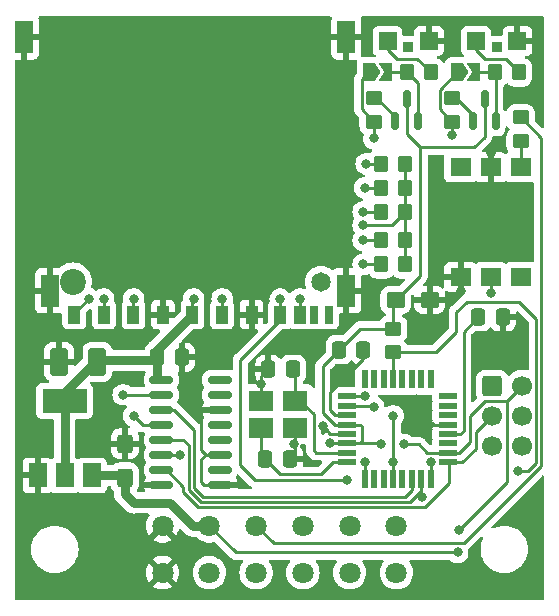
<source format=gbr>
%TF.GenerationSoftware,KiCad,Pcbnew,7.0.8*%
%TF.CreationDate,2023-11-03T15:22:21-05:00*%
%TF.ProjectId,tapecart-sd-vertical,74617065-6361-4727-942d-73642d766572,rev?*%
%TF.SameCoordinates,Original*%
%TF.FileFunction,Copper,L1,Top*%
%TF.FilePolarity,Positive*%
%FSLAX46Y46*%
G04 Gerber Fmt 4.6, Leading zero omitted, Abs format (unit mm)*
G04 Created by KiCad (PCBNEW 7.0.8) date 2023-11-03 15:22:21*
%MOMM*%
%LPD*%
G01*
G04 APERTURE LIST*
G04 Aperture macros list*
%AMRoundRect*
0 Rectangle with rounded corners*
0 $1 Rounding radius*
0 $2 $3 $4 $5 $6 $7 $8 $9 X,Y pos of 4 corners*
0 Add a 4 corners polygon primitive as box body*
4,1,4,$2,$3,$4,$5,$6,$7,$8,$9,$2,$3,0*
0 Add four circle primitives for the rounded corners*
1,1,$1+$1,$2,$3*
1,1,$1+$1,$4,$5*
1,1,$1+$1,$6,$7*
1,1,$1+$1,$8,$9*
0 Add four rect primitives between the rounded corners*
20,1,$1+$1,$2,$3,$4,$5,0*
20,1,$1+$1,$4,$5,$6,$7,0*
20,1,$1+$1,$6,$7,$8,$9,0*
20,1,$1+$1,$8,$9,$2,$3,0*%
%AMFreePoly0*
4,1,6,1.000000,0.000000,0.500000,-0.750000,-0.500000,-0.750000,-0.500000,0.750000,0.500000,0.750000,1.000000,0.000000,1.000000,0.000000,$1*%
%AMFreePoly1*
4,1,6,0.500000,-0.750000,-0.650000,-0.750000,-0.150000,0.000000,-0.650000,0.750000,0.500000,0.750000,0.500000,-0.750000,0.500000,-0.750000,$1*%
G04 Aperture macros list end*
%TA.AperFunction,SMDPad,CuDef*%
%ADD10R,1.600000X0.550000*%
%TD*%
%TA.AperFunction,SMDPad,CuDef*%
%ADD11R,0.550000X1.600000*%
%TD*%
%TA.AperFunction,SMDPad,CuDef*%
%ADD12RoundRect,0.250000X0.425000X-0.537500X0.425000X0.537500X-0.425000X0.537500X-0.425000X-0.537500X0*%
%TD*%
%TA.AperFunction,SMDPad,CuDef*%
%ADD13RoundRect,0.150000X0.150000X-0.587500X0.150000X0.587500X-0.150000X0.587500X-0.150000X-0.587500X0*%
%TD*%
%TA.AperFunction,SMDPad,CuDef*%
%ADD14RoundRect,0.250000X0.350000X0.450000X-0.350000X0.450000X-0.350000X-0.450000X0.350000X-0.450000X0*%
%TD*%
%TA.AperFunction,SMDPad,CuDef*%
%ADD15RoundRect,0.250000X0.337500X0.475000X-0.337500X0.475000X-0.337500X-0.475000X0.337500X-0.475000X0*%
%TD*%
%TA.AperFunction,SMDPad,CuDef*%
%ADD16RoundRect,0.250000X-0.450000X0.350000X-0.450000X-0.350000X0.450000X-0.350000X0.450000X0.350000X0*%
%TD*%
%TA.AperFunction,SMDPad,CuDef*%
%ADD17FreePoly0,0.000000*%
%TD*%
%TA.AperFunction,SMDPad,CuDef*%
%ADD18FreePoly1,0.000000*%
%TD*%
%TA.AperFunction,SMDPad,CuDef*%
%ADD19R,0.900000X0.900000*%
%TD*%
%TA.AperFunction,SMDPad,CuDef*%
%ADD20R,1.500000X1.500000*%
%TD*%
%TA.AperFunction,SMDPad,CuDef*%
%ADD21R,2.100000X1.800000*%
%TD*%
%TA.AperFunction,SMDPad,CuDef*%
%ADD22R,1.000000X1.500000*%
%TD*%
%TA.AperFunction,SMDPad,CuDef*%
%ADD23R,0.700000X1.500000*%
%TD*%
%TA.AperFunction,SMDPad,CuDef*%
%ADD24R,1.500000X2.800000*%
%TD*%
%TA.AperFunction,ComponentPad*%
%ADD25C,1.650000*%
%TD*%
%TA.AperFunction,ComponentPad*%
%ADD26C,2.200000*%
%TD*%
%TA.AperFunction,SMDPad,CuDef*%
%ADD27RoundRect,0.250000X-0.537500X-0.425000X0.537500X-0.425000X0.537500X0.425000X-0.537500X0.425000X0*%
%TD*%
%TA.AperFunction,ComponentPad*%
%ADD28RoundRect,0.250000X-0.600000X-0.600000X0.600000X-0.600000X0.600000X0.600000X-0.600000X0.600000X0*%
%TD*%
%TA.AperFunction,ComponentPad*%
%ADD29C,1.700000*%
%TD*%
%TA.AperFunction,SMDPad,CuDef*%
%ADD30RoundRect,0.250001X0.499999X0.924999X-0.499999X0.924999X-0.499999X-0.924999X0.499999X-0.924999X0*%
%TD*%
%TA.AperFunction,SMDPad,CuDef*%
%ADD31R,1.780000X1.520000*%
%TD*%
%TA.AperFunction,SMDPad,CuDef*%
%ADD32R,1.500000X2.000000*%
%TD*%
%TA.AperFunction,SMDPad,CuDef*%
%ADD33R,3.800000X2.000000*%
%TD*%
%TA.AperFunction,SMDPad,CuDef*%
%ADD34RoundRect,0.150000X-0.825000X-0.150000X0.825000X-0.150000X0.825000X0.150000X-0.825000X0.150000X0*%
%TD*%
%TA.AperFunction,ComponentPad*%
%ADD35C,1.800000*%
%TD*%
%TA.AperFunction,ViaPad*%
%ADD36C,0.800000*%
%TD*%
%TA.AperFunction,Conductor*%
%ADD37C,0.250000*%
%TD*%
%TA.AperFunction,Conductor*%
%ADD38C,0.800000*%
%TD*%
G04 APERTURE END LIST*
D10*
%TO.P,U1,1,PD3*%
%TO.N,/READ_D3*%
X162755000Y-115056000D03*
%TO.P,U1,2,PD4*%
%TO.N,/MOTOR_D4*%
X162755000Y-115856000D03*
%TO.P,U1,3,GND*%
%TO.N,GND*%
X162755000Y-116656000D03*
%TO.P,U1,4,VCC*%
%TO.N,+5V*%
X162755000Y-117456000D03*
%TO.P,U1,5,GND*%
%TO.N,GND*%
X162755000Y-118256000D03*
%TO.P,U1,6,VCC*%
%TO.N,+5V*%
X162755000Y-119056000D03*
%TO.P,U1,7,XTAL1/PB6*%
%TO.N,Net-(U1-XTAL1{slash}PB6)*%
X162755000Y-119856000D03*
%TO.P,U1,8,XTAL2/PB7*%
%TO.N,Net-(U1-XTAL2{slash}PB7)*%
X162755000Y-120656000D03*
D11*
%TO.P,U1,9,PD5*%
%TO.N,/SENSE_D5*%
X164205000Y-122106000D03*
%TO.P,U1,10,PD6*%
%TO.N,unconnected-(U1-PD6-Pad10)*%
X165005000Y-122106000D03*
%TO.P,U1,11,PD7*%
%TO.N,unconnected-(U1-PD7-Pad11)*%
X165805000Y-122106000D03*
%TO.P,U1,12,PB0*%
%TO.N,/WRITE_D8*%
X166605000Y-122106000D03*
%TO.P,U1,13,PB1*%
%TO.N,unconnected-(U1-PB1-Pad13)*%
X167405000Y-122106000D03*
%TO.P,U1,14,PB2*%
%TO.N,/CS_D10*%
X168205000Y-122106000D03*
%TO.P,U1,15,PB3*%
%TO.N,/MOSI_D11*%
X169005000Y-122106000D03*
%TO.P,U1,16,PB4*%
%TO.N,/MISO_D12*%
X169805000Y-122106000D03*
D10*
%TO.P,U1,17,PB5*%
%TO.N,/SCK_D13*%
X171255000Y-120656000D03*
%TO.P,U1,18,AVCC*%
%TO.N,+5V*%
X171255000Y-119856000D03*
%TO.P,U1,19,ADC6*%
%TO.N,unconnected-(U1-ADC6-Pad19)*%
X171255000Y-119056000D03*
%TO.P,U1,20,AREF*%
%TO.N,Net-(U1-AREF)*%
X171255000Y-118256000D03*
%TO.P,U1,21,GND*%
%TO.N,GND*%
X171255000Y-117456000D03*
%TO.P,U1,22,ADC7*%
%TO.N,unconnected-(U1-ADC7-Pad22)*%
X171255000Y-116656000D03*
%TO.P,U1,23,PC0*%
%TO.N,unconnected-(U1-PC0-Pad23)*%
X171255000Y-115856000D03*
%TO.P,U1,24,PC1*%
%TO.N,unconnected-(U1-PC1-Pad24)*%
X171255000Y-115056000D03*
D11*
%TO.P,U1,25,PC2*%
%TO.N,unconnected-(U1-PC2-Pad25)*%
X169805000Y-113606000D03*
%TO.P,U1,26,PC3*%
%TO.N,unconnected-(U1-PC3-Pad26)*%
X169005000Y-113606000D03*
%TO.P,U1,27,PC4*%
%TO.N,unconnected-(U1-PC4-Pad27)*%
X168205000Y-113606000D03*
%TO.P,U1,28,PC5*%
%TO.N,unconnected-(U1-PC5-Pad28)*%
X167405000Y-113606000D03*
%TO.P,U1,29,~{RESET}/PC6*%
%TO.N,/RESET*%
X166605000Y-113606000D03*
%TO.P,U1,30,PD0*%
%TO.N,unconnected-(U1-PD0-Pad30)*%
X165805000Y-113606000D03*
%TO.P,U1,31,PD1*%
%TO.N,unconnected-(U1-PD1-Pad31)*%
X165005000Y-113606000D03*
%TO.P,U1,32,PD2*%
%TO.N,unconnected-(U1-PD2-Pad32)*%
X164205000Y-113606000D03*
%TD*%
D12*
%TO.P,C7,1*%
%TO.N,+5V*%
X143891000Y-121960500D03*
%TO.P,C7,2*%
%TO.N,GND*%
X143891000Y-119085500D03*
%TD*%
D13*
%TO.P,Q2,1,B*%
%TO.N,Net-(Q2-B)*%
X173421000Y-91791000D03*
%TO.P,Q2,2,E*%
%TO.N,Net-(JP2-B)*%
X175321000Y-91791000D03*
%TO.P,Q2,3,C*%
%TO.N,+5V*%
X174371000Y-89916000D03*
%TD*%
D14*
%TO.P,R9,1*%
%TO.N,+3.3V*%
X167624000Y-101854000D03*
%TO.P,R9,2*%
%TO.N,/MISO_D12*%
X165624000Y-101854000D03*
%TD*%
D15*
%TO.P,C6,1*%
%TO.N,GND*%
X148738500Y-111760000D03*
%TO.P,C6,2*%
%TO.N,+3.3V*%
X146663500Y-111760000D03*
%TD*%
D16*
%TO.P,R2,1*%
%TO.N,Net-(Q1-B)*%
X164973000Y-89805000D03*
%TO.P,R2,2*%
%TO.N,/READ_D3*%
X164973000Y-91805000D03*
%TD*%
D14*
%TO.P,R4,1*%
%TO.N,Net-(D1-A)*%
X169783000Y-87630000D03*
%TO.P,R4,2*%
%TO.N,Net-(JP1-B)*%
X167783000Y-87630000D03*
%TD*%
D17*
%TO.P,JP2,1,A*%
%TO.N,/WRITE_D8*%
X172032000Y-87630000D03*
D18*
%TO.P,JP2,2,B*%
%TO.N,Net-(JP2-B)*%
X173482000Y-87630000D03*
%TD*%
D14*
%TO.P,R11,1*%
%TO.N,+3.3V*%
X167624000Y-95377000D03*
%TO.P,R11,2*%
%TO.N,Net-(J3-DAT2)*%
X165624000Y-95377000D03*
%TD*%
D19*
%TO.P,D1,*%
%TO.N,*%
X167894000Y-85513000D03*
D20*
%TO.P,D1,1,K*%
%TO.N,GND*%
X169644000Y-84963000D03*
%TO.P,D1,2,A*%
%TO.N,Net-(D1-A)*%
X166144000Y-84963000D03*
%TD*%
D15*
%TO.P,C2,1*%
%TO.N,Net-(U1-XTAL1{slash}PB6)*%
X158136500Y-112776000D03*
%TO.P,C2,2*%
%TO.N,GND*%
X156061500Y-112776000D03*
%TD*%
D14*
%TO.P,R5,1*%
%TO.N,Net-(D2-A)*%
X177276000Y-87630000D03*
%TO.P,R5,2*%
%TO.N,Net-(JP2-B)*%
X175276000Y-87630000D03*
%TD*%
D17*
%TO.P,JP1,1,A*%
%TO.N,/READ_D3*%
X164539000Y-87630000D03*
D18*
%TO.P,JP1,2,B*%
%TO.N,Net-(JP1-B)*%
X165989000Y-87630000D03*
%TD*%
D16*
%TO.P,R1,1*%
%TO.N,+5V*%
X166624000Y-109347000D03*
%TO.P,R1,2*%
%TO.N,/RESET*%
X166624000Y-111347000D03*
%TD*%
D13*
%TO.P,Q1,1,B*%
%TO.N,Net-(Q1-B)*%
X166817000Y-91791000D03*
%TO.P,Q1,2,E*%
%TO.N,Net-(JP1-B)*%
X168717000Y-91791000D03*
%TO.P,Q1,3,C*%
%TO.N,+5V*%
X167767000Y-89916000D03*
%TD*%
D21*
%TO.P,Y1,1,1*%
%TO.N,Net-(U1-XTAL2{slash}PB7)*%
X155395000Y-117736000D03*
%TO.P,Y1,2,2*%
%TO.N,GND*%
X158295000Y-117736000D03*
%TO.P,Y1,3,3*%
%TO.N,Net-(U1-XTAL1{slash}PB6)*%
X158295000Y-115436000D03*
%TO.P,Y1,4,4*%
%TO.N,GND*%
X155395000Y-115436000D03*
%TD*%
D14*
%TO.P,R8,1*%
%TO.N,+3.3V*%
X167624000Y-99441000D03*
%TO.P,R8,2*%
%TO.N,Net-(J3-CMD{slash}DI)*%
X165624000Y-99441000D03*
%TD*%
D22*
%TO.P,J3,1,DAT3/CS*%
%TO.N,Net-(J3-DAT3{slash}CS)*%
X142131000Y-108146000D03*
%TO.P,J3,2,CMD/DI*%
%TO.N,Net-(J3-CMD{slash}DI)*%
X144631000Y-108146000D03*
%TO.P,J3,3,GND*%
%TO.N,GND*%
X147131000Y-108146000D03*
%TO.P,J3,4,VCC*%
%TO.N,+3.3V*%
X149631000Y-108146000D03*
%TO.P,J3,5,CLK/SCLK*%
%TO.N,Net-(J3-CLK{slash}SCLK)*%
X152131000Y-108146000D03*
%TO.P,J3,6,GND*%
%TO.N,GND*%
X154631000Y-108146000D03*
%TO.P,J3,7,DAT0/DO*%
%TO.N,/MISO_D12*%
X157061000Y-108146000D03*
%TO.P,J3,8,DAT1*%
%TO.N,Net-(J3-DAT1)*%
X158761000Y-108146000D03*
%TO.P,J3,9,DAT2*%
%TO.N,Net-(J3-DAT2)*%
X139631000Y-108146000D03*
D23*
%TO.P,J3,10,CARD_DETECT*%
%TO.N,unconnected-(J3-CARD_DETECT-Pad10)*%
X159961000Y-108146000D03*
%TO.P,J3,11,WRITE_PROTECTION*%
%TO.N,unconnected-(J3-WRITE_PROTECTION-Pad11)*%
X161161000Y-108146000D03*
D24*
%TO.P,J3,12,SHELL_GND*%
%TO.N,GND*%
X162656000Y-84646000D03*
%TO.P,J3,13,SHELL_GND*%
X135356000Y-84646000D03*
%TO.P,J3,14,SHELL_GND*%
X162656000Y-106146000D03*
%TO.P,J3,15,SHELL_GND*%
X137556000Y-106146000D03*
D25*
%TO.P,J3,16*%
%TO.N,N/C*%
X160506000Y-105346000D03*
D26*
%TO.P,J3,17*%
X139506000Y-105346000D03*
%TD*%
D27*
%TO.P,C5,1*%
%TO.N,+5V*%
X166837500Y-106934000D03*
%TO.P,C5,2*%
%TO.N,GND*%
X169712500Y-106934000D03*
%TD*%
D28*
%TO.P,J2,1,Pin_1*%
%TO.N,/MISO_D12*%
X175006000Y-114173000D03*
D29*
%TO.P,J2,2,Pin_2*%
%TO.N,+5V*%
X177546000Y-114173000D03*
%TO.P,J2,3,Pin_3*%
%TO.N,/SCK_D13*%
X175006000Y-116713000D03*
%TO.P,J2,4,Pin_4*%
%TO.N,/MOSI_D11*%
X177546000Y-116713000D03*
%TO.P,J2,5,Pin_5*%
%TO.N,/RESET*%
X175006000Y-119253000D03*
%TO.P,J2,6,Pin_6*%
%TO.N,GND*%
X177546000Y-119253000D03*
%TD*%
D14*
%TO.P,R7,1*%
%TO.N,+3.3V*%
X167624000Y-97409000D03*
%TO.P,R7,2*%
%TO.N,Net-(J3-DAT3{slash}CS)*%
X165624000Y-97409000D03*
%TD*%
D16*
%TO.P,R6,1*%
%TO.N,/MOTOR*%
X177419000Y-91456000D03*
%TO.P,R6,2*%
%TO.N,Net-(OK1-Pad1)*%
X177419000Y-93456000D03*
%TD*%
D30*
%TO.P,C8,1*%
%TO.N,+3.3V*%
X141579000Y-112141000D03*
%TO.P,C8,2*%
%TO.N,GND*%
X138329000Y-112141000D03*
%TD*%
D15*
%TO.P,C1,1*%
%TO.N,GND*%
X175916500Y-108331000D03*
%TO.P,C1,2*%
%TO.N,Net-(U1-AREF)*%
X173841500Y-108331000D03*
%TD*%
D16*
%TO.P,R3,1*%
%TO.N,Net-(Q2-B)*%
X171577000Y-89805000D03*
%TO.P,R3,2*%
%TO.N,/WRITE_D8*%
X171577000Y-91805000D03*
%TD*%
D14*
%TO.P,R10,1*%
%TO.N,+3.3V*%
X167624000Y-103886000D03*
%TO.P,R10,2*%
%TO.N,Net-(J3-DAT1)*%
X165624000Y-103886000D03*
%TD*%
D19*
%TO.P,D2,*%
%TO.N,*%
X175387000Y-85513000D03*
D20*
%TO.P,D2,1,K*%
%TO.N,GND*%
X177137000Y-84963000D03*
%TO.P,D2,2,A*%
%TO.N,Net-(D2-A)*%
X173637000Y-84963000D03*
%TD*%
D31*
%TO.P,OK1,1*%
%TO.N,Net-(OK1-Pad1)*%
X177419000Y-95685000D03*
%TO.P,OK1,2*%
%TO.N,GND*%
X174879000Y-95685000D03*
%TO.P,OK1,3*%
%TO.N,N/C*%
X172339000Y-95685000D03*
%TO.P,OK1,4*%
%TO.N,GND*%
X172339000Y-104975000D03*
%TO.P,OK1,5*%
%TO.N,/MOTOR_D4*%
X174879000Y-104975000D03*
%TO.P,OK1,6*%
%TO.N,unconnected-(OK1-Pad6)*%
X177419000Y-104975000D03*
%TD*%
D15*
%TO.P,C3,1*%
%TO.N,GND*%
X157882500Y-120396000D03*
%TO.P,C3,2*%
%TO.N,Net-(U1-XTAL2{slash}PB7)*%
X155807500Y-120396000D03*
%TD*%
%TO.P,C4,1*%
%TO.N,GND*%
X164105500Y-111125000D03*
%TO.P,C4,2*%
%TO.N,+5V*%
X162030500Y-111125000D03*
%TD*%
D32*
%TO.P,U3,1,GND*%
%TO.N,GND*%
X136511000Y-121768000D03*
%TO.P,U3,2,VO*%
%TO.N,+3.3V*%
X138811000Y-121768000D03*
D33*
X138811000Y-115468000D03*
D32*
%TO.P,U3,3,VI*%
%TO.N,+5V*%
X141111000Y-121768000D03*
%TD*%
D34*
%TO.P,U2,1,VCC*%
%TO.N,+3.3V*%
X147004000Y-113665000D03*
%TO.P,U2,2*%
%TO.N,Net-(J3-DAT3{slash}CS)*%
X147004000Y-114935000D03*
%TO.P,U2,3*%
%TO.N,/CS_D10*%
X147004000Y-116205000D03*
%TO.P,U2,4*%
%TO.N,Net-(J3-CMD{slash}DI)*%
X147004000Y-117475000D03*
%TO.P,U2,5*%
%TO.N,/MOSI_D11*%
X147004000Y-118745000D03*
%TO.P,U2,6*%
%TO.N,Net-(J3-CLK{slash}SCLK)*%
X147004000Y-120015000D03*
%TO.P,U2,7*%
%TO.N,/SCK_D13*%
X147004000Y-121285000D03*
%TO.P,U2,8,VSS*%
%TO.N,GND*%
X147004000Y-122555000D03*
%TO.P,U2,9*%
X151954000Y-122555000D03*
%TO.P,U2,10*%
%TO.N,unconnected-(U2-Pad10)*%
X151954000Y-121285000D03*
%TO.P,U2,11*%
%TO.N,GND*%
X151954000Y-120015000D03*
%TO.P,U2,12*%
%TO.N,unconnected-(U2-Pad12)*%
X151954000Y-118745000D03*
%TO.P,U2,13*%
%TO.N,N/C*%
X151954000Y-117475000D03*
%TO.P,U2,14*%
%TO.N,GND*%
X151954000Y-116205000D03*
%TO.P,U2,15*%
%TO.N,unconnected-(U2-Pad15)*%
X151954000Y-114935000D03*
%TO.P,U2,16*%
%TO.N,N/C*%
X151954000Y-113665000D03*
%TD*%
D35*
%TO.P,J1,1,GND*%
%TO.N,GND*%
X147100000Y-126036000D03*
%TO.P,J1,2,5V*%
%TO.N,+5V*%
X151060000Y-126036000D03*
%TO.P,J1,3,Motor*%
%TO.N,/MOTOR*%
X155020000Y-126036000D03*
%TO.P,J1,4,Read*%
%TO.N,/READ_D3*%
X158980000Y-126036000D03*
%TO.P,J1,5,Write*%
%TO.N,/WRITE_D8*%
X162940000Y-126036000D03*
%TO.P,J1,6,Sense*%
%TO.N,/SENSE_D5*%
X166900000Y-126036000D03*
%TO.P,J1,A,GND*%
%TO.N,GND*%
X147100000Y-129996000D03*
%TO.P,J1,B,5V*%
%TO.N,+5V*%
X151060000Y-129996000D03*
%TO.P,J1,C,Motor*%
%TO.N,/MOTOR*%
X155020000Y-129996000D03*
%TO.P,J1,D,Read*%
%TO.N,/READ_D3*%
X158980000Y-129996000D03*
%TO.P,J1,E,Write*%
%TO.N,/WRITE_D8*%
X162940000Y-129996000D03*
%TO.P,J1,F,Sense*%
%TO.N,/SENSE_D5*%
X166900000Y-129996000D03*
%TD*%
D36*
%TO.N,GND*%
X139319000Y-101854000D03*
X136398000Y-109982000D03*
X142240000Y-115824000D03*
X155448000Y-114046000D03*
X169291000Y-117475000D03*
X174879000Y-94488000D03*
X160655000Y-117602000D03*
X149098000Y-92202000D03*
X172339000Y-106172000D03*
X162306000Y-113665000D03*
X159639000Y-84709000D03*
X176530000Y-111379000D03*
X152146000Y-112268000D03*
X138938000Y-84836000D03*
X158242000Y-119126000D03*
%TO.N,/READ_D3*%
X164211000Y-115062000D03*
X164973000Y-93218000D03*
%TO.N,/MOTOR_D4*%
X174879000Y-106299000D03*
X164973000Y-115951000D03*
%TO.N,/SENSE_D5*%
X164211000Y-120650000D03*
%TO.N,/WRITE_D8*%
X166624000Y-120650000D03*
X166624000Y-116713000D03*
X171577000Y-92964000D03*
%TO.N,+5V*%
X161290000Y-118999000D03*
X172085000Y-128270000D03*
X165608000Y-119126000D03*
X167513000Y-119126000D03*
X172212000Y-126365000D03*
%TO.N,Net-(J3-DAT3{slash}CS)*%
X143764000Y-114935000D03*
X142113000Y-106807000D03*
X164211000Y-97409000D03*
%TO.N,Net-(J3-CMD{slash}DI)*%
X144653000Y-106807000D03*
X164084000Y-99441000D03*
X144653000Y-116713000D03*
%TO.N,+3.3V*%
X164084000Y-100584000D03*
X149733000Y-106807000D03*
%TO.N,Net-(J3-CLK{slash}SCLK)*%
X148590000Y-120015000D03*
X152146000Y-106807000D03*
%TO.N,/MISO_D12*%
X164084000Y-101854000D03*
X162687000Y-122174000D03*
X169799000Y-120650000D03*
X157061000Y-106845000D03*
%TO.N,Net-(J3-DAT1)*%
X158750000Y-106807000D03*
X164084000Y-103886000D03*
%TO.N,Net-(J3-DAT2)*%
X140843000Y-106807000D03*
X164338000Y-95377000D03*
%TO.N,/MOSI_D11*%
X169037000Y-123571000D03*
%TO.N,/RESET*%
X177165000Y-121412000D03*
%TD*%
D37*
%TO.N,Net-(OK1-Pad1)*%
X177419000Y-93456000D02*
X177419000Y-95685000D01*
%TO.N,GND*%
X162306000Y-113665000D02*
X164105500Y-111865500D01*
X150749000Y-120015000D02*
X150368000Y-119634000D01*
X161309000Y-118256000D02*
X162755000Y-118256000D01*
X162755000Y-116656000D02*
X161705000Y-116656000D01*
X150368000Y-120396000D02*
X150749000Y-120015000D01*
X161290000Y-114681000D02*
X162306000Y-113665000D01*
X150495000Y-116205000D02*
X151954000Y-116205000D01*
X161290000Y-116241000D02*
X161290000Y-114681000D01*
X155395000Y-113442500D02*
X155395000Y-115436000D01*
X150749000Y-120015000D02*
X151954000Y-120015000D01*
X160655000Y-117602000D02*
X161309000Y-118256000D01*
X150368000Y-116332000D02*
X150495000Y-116205000D01*
X150368000Y-119634000D02*
X150368000Y-116332000D01*
X156061500Y-112776000D02*
X155395000Y-113442500D01*
X158295000Y-117736000D02*
X158295000Y-119983500D01*
X169291000Y-117475000D02*
X171236000Y-117475000D01*
X150368000Y-122301000D02*
X150368000Y-120396000D01*
X161705000Y-116656000D02*
X161290000Y-116241000D01*
X164105500Y-111865500D02*
X164105500Y-111125000D01*
X150622000Y-122555000D02*
X150368000Y-122301000D01*
X151954000Y-122555000D02*
X150622000Y-122555000D01*
%TO.N,/READ_D3*%
X163948000Y-88221000D02*
X164539000Y-87630000D01*
X164973000Y-91805000D02*
X163948000Y-90780000D01*
X163948000Y-90780000D02*
X163948000Y-88221000D01*
X164205000Y-115056000D02*
X164211000Y-115062000D01*
X164973000Y-93218000D02*
X164973000Y-91805000D01*
X162755000Y-115056000D02*
X164205000Y-115056000D01*
%TO.N,/MOTOR_D4*%
X164878000Y-115856000D02*
X164973000Y-115951000D01*
X174879000Y-106299000D02*
X174879000Y-104975000D01*
X162755000Y-115856000D02*
X164878000Y-115856000D01*
%TO.N,/SENSE_D5*%
X164205000Y-122106000D02*
X164205000Y-120656000D01*
X164205000Y-120656000D02*
X164211000Y-120650000D01*
%TO.N,/WRITE_D8*%
X166624000Y-120650000D02*
X166624000Y-116713000D01*
X171577000Y-91805000D02*
X170552000Y-90780000D01*
X170552000Y-90780000D02*
X170552000Y-89110000D01*
X166605000Y-120669000D02*
X166624000Y-120650000D01*
X171577000Y-92964000D02*
X171577000Y-91805000D01*
X170552000Y-89110000D02*
X172032000Y-87630000D01*
X166605000Y-122106000D02*
X166605000Y-120669000D01*
%TO.N,Net-(U1-AREF)*%
X172305000Y-118256000D02*
X172593000Y-117968000D01*
X172593000Y-117968000D02*
X172593000Y-109579500D01*
X171255000Y-118256000D02*
X172305000Y-118256000D01*
X172593000Y-109579500D02*
X173841500Y-108331000D01*
%TO.N,+5V*%
X161290000Y-118999000D02*
X162698000Y-118999000D01*
X174371000Y-115443000D02*
X176276000Y-115443000D01*
X166837500Y-106934000D02*
X168910000Y-104861500D01*
D38*
X144653000Y-124079000D02*
X143891000Y-123317000D01*
D37*
X174371000Y-93091000D02*
X174371000Y-89916000D01*
X151060000Y-126036000D02*
X153294000Y-128270000D01*
X171255000Y-119856000D02*
X172180000Y-119856000D01*
X162755000Y-119056000D02*
X165538000Y-119056000D01*
X169513000Y-119856000D02*
X171255000Y-119856000D01*
X163808500Y-109347000D02*
X162030500Y-111125000D01*
X166624000Y-109347000D02*
X163808500Y-109347000D01*
X173101000Y-116713000D02*
X174371000Y-115443000D01*
X163805000Y-117456000D02*
X163957000Y-117608000D01*
X161690000Y-117456000D02*
X161671000Y-117475000D01*
D38*
X143891000Y-123317000D02*
X143891000Y-121960500D01*
X143698500Y-121768000D02*
X141111000Y-121768000D01*
D37*
X153294000Y-128270000D02*
X172085000Y-128270000D01*
X167767000Y-92837000D02*
X168910000Y-93980000D01*
D38*
X149658000Y-126036000D02*
X147701000Y-124079000D01*
D37*
X176276000Y-122301000D02*
X172212000Y-126365000D01*
X168910000Y-104861500D02*
X168910000Y-93980000D01*
X160655000Y-116459000D02*
X160655000Y-112500500D01*
X162755000Y-117456000D02*
X161690000Y-117456000D01*
X172180000Y-119856000D02*
X173101000Y-118935000D01*
D38*
X147701000Y-124079000D02*
X144653000Y-124079000D01*
D37*
X165538000Y-119056000D02*
X165608000Y-119126000D01*
X167767000Y-89916000D02*
X167767000Y-92837000D01*
X166624000Y-107147500D02*
X166837500Y-106934000D01*
X167513000Y-119126000D02*
X168783000Y-119126000D01*
X163957000Y-118872000D02*
X163773000Y-119056000D01*
D38*
X151060000Y-126036000D02*
X149658000Y-126036000D01*
D37*
X168783000Y-119126000D02*
X169513000Y-119856000D01*
X173482000Y-93980000D02*
X174371000Y-93091000D01*
X173101000Y-118935000D02*
X173101000Y-116713000D01*
X161671000Y-117475000D02*
X160655000Y-116459000D01*
X163957000Y-117608000D02*
X163957000Y-118872000D01*
X160655000Y-112500500D02*
X162030500Y-111125000D01*
X163773000Y-119056000D02*
X162755000Y-119056000D01*
X176276000Y-115443000D02*
X177546000Y-114173000D01*
X162755000Y-117456000D02*
X163805000Y-117456000D01*
X166624000Y-109347000D02*
X166624000Y-107147500D01*
X176276000Y-115443000D02*
X176276000Y-122301000D01*
X168910000Y-93980000D02*
X173482000Y-93980000D01*
%TO.N,Net-(U1-XTAL1{slash}PB6)*%
X162755000Y-119856000D02*
X160115000Y-119856000D01*
X160115000Y-119856000D02*
X159893000Y-119634000D01*
X159893000Y-119634000D02*
X159893000Y-116586000D01*
X158295000Y-112934500D02*
X158295000Y-115436000D01*
X159893000Y-116586000D02*
X158743000Y-115436000D01*
%TO.N,Net-(U1-XTAL2{slash}PB7)*%
X155395000Y-119983500D02*
X155395000Y-117736000D01*
X162755000Y-120656000D02*
X161544000Y-120656000D01*
X160534000Y-121666000D02*
X157077500Y-121666000D01*
X157077500Y-121666000D02*
X155807500Y-120396000D01*
X161544000Y-120656000D02*
X160534000Y-121666000D01*
%TO.N,/MOTOR*%
X156492000Y-127508000D02*
X172593000Y-127508000D01*
X172593000Y-127508000D02*
X179171000Y-120930000D01*
X155020000Y-126036000D02*
X156492000Y-127508000D01*
X179171000Y-120930000D02*
X179171000Y-93208000D01*
X179171000Y-93208000D02*
X177419000Y-91456000D01*
%TO.N,Net-(D1-A)*%
X166918000Y-86487000D02*
X168640000Y-86487000D01*
X168640000Y-86487000D02*
X169783000Y-87630000D01*
X166144000Y-85713000D02*
X166918000Y-86487000D01*
X166144000Y-84963000D02*
X166144000Y-85713000D01*
%TO.N,Net-(D2-A)*%
X173637000Y-85713000D02*
X174411000Y-86487000D01*
X174411000Y-86487000D02*
X176133000Y-86487000D01*
X176133000Y-86487000D02*
X177276000Y-87630000D01*
X173637000Y-84963000D02*
X173637000Y-85713000D01*
%TO.N,Net-(J3-DAT3{slash}CS)*%
X164211000Y-97409000D02*
X165624000Y-97409000D01*
X142131000Y-108146000D02*
X142131000Y-106825000D01*
X142131000Y-106825000D02*
X142113000Y-106807000D01*
X143764000Y-114935000D02*
X147004000Y-114935000D01*
%TO.N,Net-(J3-CMD{slash}DI)*%
X164084000Y-99441000D02*
X165624000Y-99441000D01*
X144653000Y-116713000D02*
X145415000Y-117475000D01*
X144631000Y-108146000D02*
X144631000Y-106829000D01*
X145415000Y-117475000D02*
X147004000Y-117475000D01*
X144631000Y-106829000D02*
X144653000Y-106807000D01*
D38*
%TO.N,+3.3V*%
X138811000Y-114721500D02*
X141391500Y-112141000D01*
X146663500Y-111760000D02*
X146663500Y-113324500D01*
D37*
X167624000Y-95758000D02*
X167624000Y-103886000D01*
D38*
X138811000Y-121768000D02*
X138811000Y-115468000D01*
D37*
X146663500Y-113324500D02*
X147004000Y-113665000D01*
D38*
X146663500Y-111113500D02*
X149631000Y-108146000D01*
D37*
X149631000Y-108146000D02*
X149631000Y-106909000D01*
X164084000Y-100584000D02*
X166481000Y-100584000D01*
D38*
X146409500Y-112014000D02*
X146663500Y-111760000D01*
X146663500Y-111760000D02*
X146663500Y-111113500D01*
X141518500Y-112014000D02*
X146409500Y-112014000D01*
D37*
X166481000Y-100584000D02*
X167624000Y-99441000D01*
X149631000Y-106909000D02*
X149733000Y-106807000D01*
%TO.N,Net-(J3-CLK{slash}SCLK)*%
X148590000Y-120015000D02*
X147004000Y-120015000D01*
X152131000Y-108146000D02*
X152131000Y-106822000D01*
X152131000Y-106822000D02*
X152146000Y-106807000D01*
%TO.N,/MISO_D12*%
X164084000Y-101854000D02*
X165624000Y-101854000D01*
X154940000Y-122174000D02*
X162687000Y-122174000D01*
X169805000Y-122106000D02*
X169805000Y-120764500D01*
X153670000Y-120904000D02*
X154940000Y-122174000D01*
X157061000Y-108146000D02*
X157061000Y-106845000D01*
X157099000Y-106807000D02*
X157061000Y-106845000D01*
X153670000Y-112014000D02*
X153670000Y-120904000D01*
X169805000Y-120764500D02*
X169799000Y-120758500D01*
X157061000Y-108623000D02*
X153670000Y-112014000D01*
%TO.N,Net-(J3-DAT1)*%
X158761000Y-106818000D02*
X158750000Y-106807000D01*
X164084000Y-103886000D02*
X165624000Y-103886000D01*
X158761000Y-108146000D02*
X158761000Y-106818000D01*
%TO.N,Net-(J3-DAT2)*%
X139631000Y-108019000D02*
X140843000Y-106807000D01*
X164338000Y-95377000D02*
X165624000Y-95377000D01*
%TO.N,Net-(Q1-B)*%
X165243000Y-89805000D02*
X166817000Y-91379000D01*
X166817000Y-91379000D02*
X166817000Y-91791000D01*
X164973000Y-89805000D02*
X165243000Y-89805000D01*
%TO.N,Net-(JP1-B)*%
X168717000Y-91791000D02*
X168717000Y-88564000D01*
X165989000Y-87630000D02*
X167783000Y-87630000D01*
X168717000Y-88564000D02*
X167783000Y-87630000D01*
%TO.N,Net-(Q2-B)*%
X171577000Y-89805000D02*
X171974000Y-89805000D01*
X173421000Y-91252000D02*
X173421000Y-91791000D01*
X171974000Y-89805000D02*
X173421000Y-91252000D01*
%TO.N,Net-(JP2-B)*%
X173482000Y-87630000D02*
X175276000Y-87630000D01*
X175321000Y-91791000D02*
X175321000Y-87675000D01*
X175321000Y-87675000D02*
X175276000Y-87630000D01*
%TO.N,/CS_D10*%
X168205000Y-123031000D02*
X167665000Y-123571000D01*
X168205000Y-122106000D02*
X168205000Y-123031000D01*
X149765000Y-117888000D02*
X148082000Y-116205000D01*
X149765000Y-122831812D02*
X149765000Y-117888000D01*
X167665000Y-123571000D02*
X150504188Y-123571000D01*
X150504188Y-123571000D02*
X149765000Y-122831812D01*
X148082000Y-116205000D02*
X147004000Y-116205000D01*
%TO.N,/MOSI_D11*%
X150317792Y-124021000D02*
X168079000Y-124021000D01*
X149315000Y-119216000D02*
X149315000Y-123018208D01*
X168079000Y-124021000D02*
X169005000Y-123095000D01*
X149315000Y-123018208D02*
X150317792Y-124021000D01*
X169005000Y-122106000D02*
X169005000Y-123539000D01*
X169005000Y-123095000D02*
X169005000Y-122106000D01*
X148844000Y-118745000D02*
X149315000Y-119216000D01*
X147004000Y-118745000D02*
X148844000Y-118745000D01*
X169005000Y-123539000D02*
X169037000Y-123571000D01*
%TO.N,/SCK_D13*%
X173609000Y-118110000D02*
X173609000Y-119507000D01*
X172460000Y-120656000D02*
X171255000Y-120656000D01*
X150131396Y-124471000D02*
X169280000Y-124471000D01*
X148865000Y-122703000D02*
X148865000Y-123204604D01*
X169280000Y-124471000D02*
X171323000Y-122428000D01*
X173609000Y-119507000D02*
X172460000Y-120656000D01*
X147447000Y-121285000D02*
X148865000Y-122703000D01*
X171323000Y-122428000D02*
X171323000Y-120724000D01*
X148865000Y-123204604D02*
X150131396Y-124471000D01*
X175006000Y-116713000D02*
X173609000Y-118110000D01*
%TO.N,/RESET*%
X166605000Y-113606000D02*
X166605000Y-111471000D01*
X171958000Y-109601000D02*
X171958000Y-107950000D01*
X172847000Y-107061000D02*
X177292000Y-107061000D01*
X166624000Y-111347000D02*
X170212000Y-111347000D01*
X178721000Y-108490000D02*
X178721000Y-120743604D01*
X178721000Y-120743604D02*
X178052604Y-121412000D01*
X178052604Y-121412000D02*
X177165000Y-121412000D01*
X171958000Y-107950000D02*
X172847000Y-107061000D01*
X177292000Y-107061000D02*
X178721000Y-108490000D01*
X170212000Y-111347000D02*
X171958000Y-109601000D01*
%TD*%
%TA.AperFunction,Conductor*%
%TO.N,GND*%
G36*
X161379327Y-82920502D02*
G01*
X161425820Y-82974158D01*
X161435924Y-83044432D01*
X161429262Y-83070533D01*
X161404505Y-83136907D01*
X161398000Y-83197402D01*
X161398000Y-84392000D01*
X163914000Y-84392000D01*
X163914000Y-83197414D01*
X163913999Y-83197402D01*
X163907494Y-83136907D01*
X163882738Y-83070533D01*
X163877673Y-82999717D01*
X163911698Y-82937405D01*
X163974010Y-82903380D01*
X164000794Y-82900500D01*
X179287500Y-82900500D01*
X179355621Y-82920502D01*
X179402114Y-82974158D01*
X179413500Y-83026500D01*
X179413500Y-92250405D01*
X179393498Y-92318526D01*
X179339842Y-92365019D01*
X179269568Y-92375123D01*
X179204988Y-92345629D01*
X179198405Y-92339500D01*
X178664404Y-91805499D01*
X178630378Y-91743187D01*
X178627499Y-91716404D01*
X178627499Y-91055455D01*
X178616887Y-90951574D01*
X178605993Y-90918697D01*
X178561115Y-90783262D01*
X178468030Y-90632348D01*
X178468029Y-90632347D01*
X178468024Y-90632341D01*
X178342658Y-90506975D01*
X178342652Y-90506970D01*
X178327453Y-90497595D01*
X178191738Y-90413885D01*
X178107582Y-90385999D01*
X178023427Y-90358113D01*
X178023420Y-90358112D01*
X177919553Y-90347500D01*
X176918455Y-90347500D01*
X176814574Y-90358112D01*
X176646261Y-90413885D01*
X176495347Y-90506970D01*
X176495341Y-90506975D01*
X176369975Y-90632341D01*
X176369970Y-90632347D01*
X176276883Y-90783265D01*
X176260070Y-90834005D01*
X176219656Y-90892377D01*
X176154100Y-90919632D01*
X176084215Y-90907119D01*
X176032189Y-90858809D01*
X176032013Y-90858511D01*
X175995455Y-90796696D01*
X175995450Y-90796689D01*
X175991405Y-90792644D01*
X175957379Y-90730332D01*
X175954500Y-90703549D01*
X175954500Y-88838883D01*
X175974502Y-88770762D01*
X176014354Y-88731642D01*
X176045349Y-88712524D01*
X176099652Y-88679030D01*
X176132531Y-88646151D01*
X176186905Y-88591778D01*
X176249217Y-88557752D01*
X176320032Y-88562817D01*
X176365095Y-88591778D01*
X176452341Y-88679024D01*
X176452347Y-88679029D01*
X176452348Y-88679030D01*
X176603262Y-88772115D01*
X176771574Y-88827887D01*
X176875455Y-88838500D01*
X177676544Y-88838499D01*
X177780426Y-88827887D01*
X177948738Y-88772115D01*
X178099652Y-88679030D01*
X178225030Y-88553652D01*
X178318115Y-88402738D01*
X178373887Y-88234426D01*
X178384500Y-88130545D01*
X178384499Y-87129456D01*
X178373887Y-87025574D01*
X178318115Y-86857262D01*
X178225030Y-86706348D01*
X178225029Y-86706347D01*
X178225024Y-86706341D01*
X178099658Y-86580975D01*
X178099652Y-86580970D01*
X178045379Y-86547494D01*
X177948738Y-86487885D01*
X177884516Y-86466604D01*
X177826145Y-86426191D01*
X177798889Y-86360635D01*
X177811402Y-86290749D01*
X177859712Y-86238723D01*
X177924149Y-86221000D01*
X177935585Y-86221000D01*
X177935597Y-86220999D01*
X177996093Y-86214494D01*
X178132964Y-86163444D01*
X178132965Y-86163444D01*
X178249904Y-86075904D01*
X178337444Y-85958965D01*
X178337444Y-85958964D01*
X178388494Y-85822093D01*
X178394999Y-85761597D01*
X178395000Y-85761585D01*
X178395000Y-85217000D01*
X177009000Y-85217000D01*
X176940879Y-85196998D01*
X176894386Y-85143342D01*
X176883000Y-85091000D01*
X176883000Y-83705000D01*
X177391000Y-83705000D01*
X177391000Y-84709000D01*
X178395000Y-84709000D01*
X178395000Y-84164414D01*
X178394999Y-84164402D01*
X178388494Y-84103906D01*
X178337444Y-83967035D01*
X178337444Y-83967034D01*
X178249904Y-83850095D01*
X178132965Y-83762555D01*
X177996093Y-83711505D01*
X177935597Y-83705000D01*
X177391000Y-83705000D01*
X176883000Y-83705000D01*
X176338402Y-83705000D01*
X176277906Y-83711505D01*
X176141035Y-83762555D01*
X176141034Y-83762555D01*
X176024095Y-83850095D01*
X175936555Y-83967034D01*
X175936555Y-83967035D01*
X175885505Y-84103906D01*
X175879000Y-84164402D01*
X175879000Y-84428500D01*
X175858998Y-84496621D01*
X175805342Y-84543114D01*
X175753000Y-84554500D01*
X175021500Y-84554500D01*
X174953379Y-84534498D01*
X174906886Y-84480842D01*
X174895500Y-84428500D01*
X174895500Y-84164367D01*
X174895499Y-84164350D01*
X174888990Y-84103803D01*
X174888988Y-84103795D01*
X174837978Y-83967035D01*
X174837889Y-83966796D01*
X174837888Y-83966794D01*
X174837887Y-83966792D01*
X174750261Y-83849738D01*
X174633207Y-83762112D01*
X174633202Y-83762110D01*
X174496204Y-83711011D01*
X174496196Y-83711009D01*
X174435649Y-83704500D01*
X174435638Y-83704500D01*
X172838362Y-83704500D01*
X172838350Y-83704500D01*
X172777803Y-83711009D01*
X172777795Y-83711011D01*
X172640797Y-83762110D01*
X172640792Y-83762112D01*
X172523738Y-83849738D01*
X172436112Y-83966792D01*
X172436110Y-83966797D01*
X172385011Y-84103795D01*
X172385009Y-84103803D01*
X172378500Y-84164350D01*
X172378500Y-85761649D01*
X172385009Y-85822196D01*
X172385011Y-85822204D01*
X172436110Y-85959202D01*
X172436112Y-85959207D01*
X172523738Y-86076261D01*
X172608086Y-86139403D01*
X172650633Y-86196239D01*
X172655697Y-86267054D01*
X172621672Y-86329367D01*
X172559360Y-86363392D01*
X172532577Y-86366271D01*
X172532000Y-86366271D01*
X171532000Y-86366271D01*
X171506173Y-86368118D01*
X171458892Y-86371499D01*
X171458884Y-86371501D01*
X171318589Y-86412696D01*
X171318587Y-86412697D01*
X171195579Y-86491749D01*
X171099824Y-86602256D01*
X171039081Y-86735265D01*
X171039079Y-86735271D01*
X171033878Y-86771446D01*
X171004384Y-86836026D01*
X170944657Y-86874409D01*
X170873660Y-86874407D01*
X170813935Y-86836023D01*
X170801923Y-86819662D01*
X170732030Y-86706348D01*
X170732027Y-86706345D01*
X170732024Y-86706341D01*
X170606658Y-86580975D01*
X170606652Y-86580970D01*
X170552379Y-86547494D01*
X170455738Y-86487885D01*
X170391516Y-86466604D01*
X170333145Y-86426191D01*
X170305889Y-86360635D01*
X170318402Y-86290749D01*
X170366712Y-86238723D01*
X170431149Y-86221000D01*
X170442585Y-86221000D01*
X170442597Y-86220999D01*
X170503093Y-86214494D01*
X170639964Y-86163444D01*
X170639965Y-86163444D01*
X170756904Y-86075904D01*
X170844444Y-85958965D01*
X170844444Y-85958964D01*
X170895494Y-85822093D01*
X170901999Y-85761597D01*
X170902000Y-85761585D01*
X170902000Y-85217000D01*
X169516000Y-85217000D01*
X169447879Y-85196998D01*
X169401386Y-85143342D01*
X169390000Y-85091000D01*
X169390000Y-83705000D01*
X169898000Y-83705000D01*
X169898000Y-84709000D01*
X170902000Y-84709000D01*
X170902000Y-84164414D01*
X170901999Y-84164402D01*
X170895494Y-84103906D01*
X170844444Y-83967035D01*
X170844444Y-83967034D01*
X170756904Y-83850095D01*
X170639965Y-83762555D01*
X170503093Y-83711505D01*
X170442597Y-83705000D01*
X169898000Y-83705000D01*
X169390000Y-83705000D01*
X168845402Y-83705000D01*
X168784906Y-83711505D01*
X168648035Y-83762555D01*
X168648034Y-83762555D01*
X168531095Y-83850095D01*
X168443555Y-83967034D01*
X168443555Y-83967035D01*
X168392505Y-84103906D01*
X168386000Y-84164402D01*
X168386000Y-84428500D01*
X168365998Y-84496621D01*
X168312342Y-84543114D01*
X168260000Y-84554500D01*
X167528500Y-84554500D01*
X167460379Y-84534498D01*
X167413886Y-84480842D01*
X167402500Y-84428500D01*
X167402500Y-84164367D01*
X167402499Y-84164350D01*
X167395990Y-84103803D01*
X167395988Y-84103795D01*
X167344978Y-83967035D01*
X167344889Y-83966796D01*
X167344888Y-83966794D01*
X167344887Y-83966792D01*
X167257261Y-83849738D01*
X167140207Y-83762112D01*
X167140202Y-83762110D01*
X167003204Y-83711011D01*
X167003196Y-83711009D01*
X166942649Y-83704500D01*
X166942638Y-83704500D01*
X165345362Y-83704500D01*
X165345350Y-83704500D01*
X165284803Y-83711009D01*
X165284795Y-83711011D01*
X165147797Y-83762110D01*
X165147792Y-83762112D01*
X165030738Y-83849738D01*
X164943112Y-83966792D01*
X164943110Y-83966797D01*
X164892011Y-84103795D01*
X164892009Y-84103803D01*
X164885500Y-84164350D01*
X164885500Y-85761649D01*
X164892009Y-85822196D01*
X164892011Y-85822204D01*
X164943110Y-85959202D01*
X164943112Y-85959207D01*
X165030738Y-86076261D01*
X165115086Y-86139403D01*
X165157633Y-86196239D01*
X165162697Y-86267054D01*
X165128672Y-86329367D01*
X165066360Y-86363392D01*
X165039577Y-86366271D01*
X165039000Y-86366271D01*
X164039000Y-86366271D01*
X164031940Y-86366775D01*
X164018523Y-86367735D01*
X163949149Y-86352642D01*
X163898948Y-86302438D01*
X163883859Y-86233063D01*
X163891483Y-86198023D01*
X163907494Y-86155096D01*
X163913999Y-86094597D01*
X163914000Y-86094585D01*
X163914000Y-84900000D01*
X162910000Y-84900000D01*
X162910000Y-86554000D01*
X163432803Y-86554000D01*
X163500924Y-86574002D01*
X163547417Y-86627658D01*
X163557521Y-86697932D01*
X163547417Y-86732340D01*
X163546081Y-86735265D01*
X163546081Y-86735266D01*
X163546079Y-86735272D01*
X163525271Y-86879993D01*
X163525271Y-87695632D01*
X163505269Y-87763753D01*
X163488369Y-87784725D01*
X163471863Y-87801231D01*
X163467560Y-87806777D01*
X163463714Y-87811279D01*
X163431417Y-87845674D01*
X163431411Y-87845683D01*
X163421651Y-87863435D01*
X163410803Y-87879950D01*
X163398386Y-87895958D01*
X163379645Y-87939264D01*
X163377034Y-87944594D01*
X163354305Y-87985939D01*
X163354303Y-87985944D01*
X163349267Y-88005559D01*
X163342864Y-88024262D01*
X163334819Y-88042852D01*
X163327437Y-88089456D01*
X163326233Y-88095268D01*
X163314500Y-88140968D01*
X163314500Y-88161223D01*
X163312949Y-88180933D01*
X163309780Y-88200942D01*
X163309780Y-88200943D01*
X163314220Y-88247917D01*
X163314500Y-88253850D01*
X163314500Y-90696146D01*
X163312751Y-90711988D01*
X163313044Y-90712016D01*
X163312298Y-90719907D01*
X163314500Y-90789957D01*
X163314500Y-90819851D01*
X163314501Y-90819872D01*
X163315378Y-90826820D01*
X163315844Y-90832732D01*
X163317326Y-90879888D01*
X163317327Y-90879893D01*
X163322977Y-90899339D01*
X163326986Y-90918697D01*
X163329525Y-90938793D01*
X163329526Y-90938799D01*
X163346893Y-90982662D01*
X163348816Y-90988279D01*
X163361982Y-91033593D01*
X163372294Y-91051031D01*
X163380988Y-91068779D01*
X163388444Y-91087609D01*
X163388450Y-91087620D01*
X163416177Y-91125783D01*
X163419437Y-91130746D01*
X163443460Y-91171365D01*
X163457779Y-91185684D01*
X163470617Y-91200714D01*
X163480156Y-91213843D01*
X163482528Y-91217107D01*
X163510794Y-91240491D01*
X163518886Y-91247185D01*
X163523267Y-91251171D01*
X163727595Y-91455499D01*
X163761621Y-91517811D01*
X163764500Y-91544594D01*
X163764500Y-92205544D01*
X163775112Y-92309425D01*
X163830885Y-92477738D01*
X163923970Y-92628652D01*
X163923975Y-92628658D01*
X164049341Y-92754024D01*
X164049345Y-92754027D01*
X164049348Y-92754030D01*
X164049350Y-92754031D01*
X164064317Y-92763263D01*
X164111796Y-92816048D01*
X164123199Y-92886123D01*
X164118004Y-92909441D01*
X164079457Y-93028072D01*
X164059496Y-93218000D01*
X164079457Y-93407927D01*
X164098431Y-93466320D01*
X164138473Y-93589556D01*
X164166841Y-93638691D01*
X164233958Y-93754941D01*
X164233965Y-93754951D01*
X164361744Y-93896864D01*
X164361747Y-93896866D01*
X164516248Y-94009118D01*
X164690712Y-94086794D01*
X164755425Y-94100549D01*
X164817898Y-94134277D01*
X164852220Y-94196427D01*
X164847492Y-94267266D01*
X164805983Y-94323268D01*
X164806103Y-94323420D01*
X164805543Y-94323862D01*
X164805216Y-94324304D01*
X164803494Y-94325482D01*
X164800341Y-94327975D01*
X164669780Y-94458537D01*
X164667756Y-94456513D01*
X164620477Y-94489953D01*
X164553451Y-94493999D01*
X164433487Y-94468500D01*
X164242513Y-94468500D01*
X164055711Y-94508206D01*
X163881247Y-94585882D01*
X163726744Y-94698135D01*
X163598965Y-94840048D01*
X163598958Y-94840058D01*
X163503476Y-95005438D01*
X163503473Y-95005445D01*
X163444457Y-95187072D01*
X163424496Y-95377000D01*
X163444457Y-95566927D01*
X163474526Y-95659470D01*
X163503473Y-95748556D01*
X163503476Y-95748561D01*
X163598958Y-95913941D01*
X163598965Y-95913951D01*
X163726744Y-96055864D01*
X163726747Y-96055866D01*
X163881248Y-96168118D01*
X164055712Y-96245794D01*
X164104928Y-96256255D01*
X164167402Y-96289983D01*
X164201723Y-96352132D01*
X164196996Y-96422971D01*
X164154721Y-96480009D01*
X164104930Y-96502748D01*
X163928715Y-96540204D01*
X163754247Y-96617882D01*
X163599744Y-96730135D01*
X163471965Y-96872048D01*
X163471958Y-96872058D01*
X163376476Y-97037438D01*
X163376473Y-97037445D01*
X163317457Y-97219072D01*
X163297496Y-97409000D01*
X163317457Y-97598927D01*
X163347526Y-97691470D01*
X163376473Y-97780556D01*
X163376476Y-97780561D01*
X163471958Y-97945941D01*
X163471965Y-97945951D01*
X163599744Y-98087864D01*
X163599747Y-98087866D01*
X163754248Y-98200118D01*
X163928712Y-98277794D01*
X163977928Y-98288255D01*
X164040402Y-98321983D01*
X164074723Y-98384132D01*
X164069996Y-98454971D01*
X164027721Y-98512009D01*
X163977930Y-98534748D01*
X163801715Y-98572204D01*
X163627247Y-98649882D01*
X163472744Y-98762135D01*
X163344965Y-98904048D01*
X163344958Y-98904058D01*
X163249476Y-99069438D01*
X163249473Y-99069445D01*
X163190457Y-99251072D01*
X163170496Y-99441000D01*
X163190457Y-99630927D01*
X163220526Y-99723470D01*
X163249473Y-99812556D01*
X163249476Y-99812561D01*
X163328537Y-99949500D01*
X163345275Y-100018496D01*
X163328537Y-100075500D01*
X163249476Y-100212438D01*
X163249473Y-100212445D01*
X163190457Y-100394072D01*
X163170496Y-100584000D01*
X163190457Y-100773927D01*
X163220526Y-100866470D01*
X163249473Y-100955556D01*
X163249476Y-100955561D01*
X163344957Y-101120940D01*
X163344958Y-101120942D01*
X163344960Y-101120944D01*
X163357337Y-101134690D01*
X163388054Y-101198698D01*
X163379289Y-101269152D01*
X163357337Y-101303310D01*
X163344957Y-101317059D01*
X163249476Y-101482438D01*
X163249473Y-101482445D01*
X163190457Y-101664072D01*
X163170496Y-101854000D01*
X163190457Y-102043927D01*
X163220526Y-102136470D01*
X163249473Y-102225556D01*
X163249476Y-102225561D01*
X163344958Y-102390941D01*
X163344965Y-102390951D01*
X163472744Y-102532864D01*
X163472747Y-102532866D01*
X163627248Y-102645118D01*
X163801712Y-102722794D01*
X163898642Y-102743397D01*
X163914429Y-102746753D01*
X163976903Y-102780482D01*
X164011224Y-102842631D01*
X164006496Y-102913470D01*
X163964220Y-102970508D01*
X163914429Y-102993247D01*
X163801711Y-103017206D01*
X163627247Y-103094882D01*
X163472744Y-103207135D01*
X163344965Y-103349048D01*
X163344958Y-103349058D01*
X163249476Y-103514438D01*
X163249473Y-103514445D01*
X163190457Y-103696072D01*
X163170496Y-103886000D01*
X163190457Y-104075930D01*
X163191830Y-104082385D01*
X163189804Y-104082815D01*
X163191555Y-104144029D01*
X163154894Y-104204828D01*
X163091182Y-104236154D01*
X163069694Y-104238000D01*
X162910000Y-104238000D01*
X162910000Y-105892000D01*
X163914000Y-105892000D01*
X163914000Y-104920500D01*
X163934002Y-104852379D01*
X163987658Y-104805886D01*
X164040000Y-104794500D01*
X164179487Y-104794500D01*
X164366288Y-104754794D01*
X164481268Y-104703601D01*
X164551633Y-104694168D01*
X164615930Y-104724274D01*
X164639755Y-104752561D01*
X164674968Y-104809649D01*
X164674975Y-104809658D01*
X164800341Y-104935024D01*
X164800347Y-104935029D01*
X164800348Y-104935030D01*
X164951262Y-105028115D01*
X165119574Y-105083887D01*
X165223455Y-105094500D01*
X166024544Y-105094499D01*
X166128426Y-105083887D01*
X166296738Y-105028115D01*
X166447652Y-104935030D01*
X166481119Y-104901563D01*
X166534905Y-104847778D01*
X166597217Y-104813752D01*
X166668032Y-104818817D01*
X166713095Y-104847778D01*
X166800341Y-104935024D01*
X166800347Y-104935029D01*
X166800348Y-104935030D01*
X166951262Y-105028115D01*
X167119574Y-105083887D01*
X167223455Y-105094500D01*
X167476906Y-105094499D01*
X167545025Y-105114501D01*
X167591518Y-105168156D01*
X167601623Y-105238430D01*
X167572130Y-105303011D01*
X167566000Y-105309594D01*
X167161999Y-105713595D01*
X167099687Y-105747621D01*
X167072904Y-105750500D01*
X166249455Y-105750500D01*
X166145574Y-105761112D01*
X165977261Y-105816885D01*
X165826347Y-105909970D01*
X165826341Y-105909975D01*
X165700975Y-106035341D01*
X165700970Y-106035347D01*
X165607885Y-106186262D01*
X165552113Y-106354572D01*
X165552112Y-106354579D01*
X165541500Y-106458446D01*
X165541500Y-107409544D01*
X165552112Y-107513425D01*
X165607885Y-107681738D01*
X165700970Y-107832652D01*
X165700975Y-107832658D01*
X165826341Y-107958024D01*
X165826347Y-107958029D01*
X165826348Y-107958030D01*
X165930647Y-108022363D01*
X165978125Y-108075148D01*
X165990500Y-108129603D01*
X165990500Y-108167761D01*
X165970498Y-108235882D01*
X165916842Y-108282375D01*
X165904133Y-108287365D01*
X165851265Y-108304883D01*
X165700347Y-108397970D01*
X165700341Y-108397975D01*
X165574975Y-108523341D01*
X165574970Y-108523347D01*
X165494601Y-108653647D01*
X165441815Y-108701125D01*
X165387360Y-108713500D01*
X163892354Y-108713500D01*
X163876512Y-108711750D01*
X163876485Y-108712044D01*
X163868592Y-108711297D01*
X163798529Y-108713500D01*
X163768644Y-108713500D01*
X163768640Y-108713500D01*
X163768629Y-108713501D01*
X163761690Y-108714377D01*
X163755777Y-108714843D01*
X163708614Y-108716325D01*
X163708607Y-108716327D01*
X163689149Y-108721979D01*
X163669804Y-108725985D01*
X163649706Y-108728525D01*
X163649697Y-108728527D01*
X163605831Y-108745894D01*
X163600216Y-108747817D01*
X163554908Y-108760981D01*
X163537464Y-108771297D01*
X163519718Y-108779990D01*
X163500882Y-108787448D01*
X163462709Y-108815181D01*
X163457748Y-108818440D01*
X163417138Y-108842458D01*
X163402811Y-108856784D01*
X163387785Y-108869617D01*
X163371395Y-108881525D01*
X163371393Y-108881527D01*
X163341308Y-108917892D01*
X163337312Y-108922283D01*
X162404999Y-109854595D01*
X162342687Y-109888621D01*
X162315904Y-109891500D01*
X161642455Y-109891500D01*
X161538574Y-109902112D01*
X161370261Y-109957885D01*
X161219347Y-110050970D01*
X161219341Y-110050975D01*
X161093975Y-110176341D01*
X161093970Y-110176347D01*
X161000885Y-110327262D01*
X160945113Y-110495572D01*
X160945112Y-110495579D01*
X160934500Y-110599446D01*
X160934500Y-111272904D01*
X160914498Y-111341025D01*
X160897599Y-111361994D01*
X160570636Y-111688958D01*
X160266336Y-111993258D01*
X160253901Y-112003221D01*
X160254089Y-112003448D01*
X160247980Y-112008501D01*
X160200015Y-112059579D01*
X160178866Y-112080727D01*
X160174560Y-112086277D01*
X160170714Y-112090779D01*
X160138417Y-112125174D01*
X160138411Y-112125183D01*
X160128651Y-112142935D01*
X160117803Y-112159450D01*
X160105386Y-112175458D01*
X160086645Y-112218764D01*
X160084034Y-112224094D01*
X160061305Y-112265439D01*
X160061303Y-112265444D01*
X160056267Y-112285059D01*
X160049864Y-112303762D01*
X160041819Y-112322352D01*
X160034437Y-112368956D01*
X160033233Y-112374768D01*
X160021500Y-112420468D01*
X160021500Y-112440723D01*
X160019949Y-112460433D01*
X160016780Y-112480442D01*
X160016780Y-112480443D01*
X160021220Y-112527417D01*
X160021500Y-112533350D01*
X160021500Y-114212607D01*
X160001498Y-114280728D01*
X159947842Y-114327221D01*
X159877568Y-114337325D01*
X159812988Y-114307831D01*
X159794632Y-114288116D01*
X159708261Y-114172738D01*
X159591207Y-114085112D01*
X159591202Y-114085110D01*
X159454204Y-114034011D01*
X159454196Y-114034009D01*
X159393649Y-114027500D01*
X159393638Y-114027500D01*
X159074373Y-114027500D01*
X159006252Y-114007498D01*
X158959759Y-113953842D01*
X158949655Y-113883568D01*
X158979149Y-113818988D01*
X158985278Y-113812405D01*
X159073024Y-113724658D01*
X159073025Y-113724657D01*
X159073030Y-113724652D01*
X159166115Y-113573738D01*
X159221887Y-113405426D01*
X159232500Y-113301545D01*
X159232499Y-112250456D01*
X159221887Y-112146574D01*
X159166115Y-111978262D01*
X159073030Y-111827348D01*
X159073027Y-111827345D01*
X159073024Y-111827341D01*
X158947658Y-111701975D01*
X158947652Y-111701970D01*
X158864279Y-111650545D01*
X158796738Y-111608885D01*
X158688678Y-111573078D01*
X158628427Y-111553113D01*
X158628420Y-111553112D01*
X158524553Y-111542500D01*
X157748455Y-111542500D01*
X157644574Y-111553112D01*
X157476261Y-111608885D01*
X157325347Y-111701970D01*
X157325341Y-111701975D01*
X157199971Y-111827345D01*
X157197511Y-111830457D01*
X157195281Y-111832035D01*
X157194780Y-111832537D01*
X157194694Y-111832451D01*
X157139568Y-111871483D01*
X157068643Y-111874671D01*
X157007254Y-111839008D01*
X156999837Y-111830446D01*
X156997632Y-111827657D01*
X156872345Y-111702370D01*
X156872339Y-111702365D01*
X156721525Y-111609342D01*
X156553321Y-111553606D01*
X156553318Y-111553605D01*
X156449516Y-111543000D01*
X156315500Y-111543000D01*
X156315500Y-112904000D01*
X156295498Y-112972121D01*
X156241842Y-113018614D01*
X156189500Y-113030000D01*
X154966000Y-113030000D01*
X154966000Y-113301516D01*
X154976605Y-113405318D01*
X154976606Y-113405321D01*
X155032342Y-113573525D01*
X155125365Y-113724339D01*
X155125370Y-113724345D01*
X155213930Y-113812905D01*
X155247956Y-113875217D01*
X155242891Y-113946032D01*
X155200344Y-114002868D01*
X155133824Y-114027679D01*
X155124835Y-114028000D01*
X154429500Y-114028000D01*
X154361379Y-114007998D01*
X154314886Y-113954342D01*
X154303500Y-113902000D01*
X154303500Y-112522000D01*
X154966000Y-112522000D01*
X155807500Y-112522000D01*
X155807500Y-111543000D01*
X155673483Y-111543000D01*
X155569681Y-111553605D01*
X155569678Y-111553606D01*
X155401474Y-111609342D01*
X155250660Y-111702365D01*
X155250654Y-111702370D01*
X155125370Y-111827654D01*
X155125365Y-111827660D01*
X155032342Y-111978474D01*
X154976606Y-112146678D01*
X154976605Y-112146681D01*
X154966000Y-112250483D01*
X154966000Y-112522000D01*
X154303500Y-112522000D01*
X154303500Y-112328594D01*
X154323502Y-112260473D01*
X154340405Y-112239499D01*
X157138499Y-109441405D01*
X157200811Y-109407379D01*
X157227594Y-109404500D01*
X157609632Y-109404500D01*
X157609638Y-109404500D01*
X157609645Y-109404499D01*
X157609649Y-109404499D01*
X157670196Y-109397990D01*
X157670199Y-109397989D01*
X157670201Y-109397989D01*
X157807204Y-109346889D01*
X157835489Y-109325714D01*
X157902008Y-109300902D01*
X157971383Y-109315992D01*
X157986511Y-109325715D01*
X158014791Y-109346886D01*
X158014793Y-109346887D01*
X158014796Y-109346889D01*
X158055034Y-109361897D01*
X158151795Y-109397988D01*
X158151803Y-109397990D01*
X158212350Y-109404499D01*
X158212355Y-109404499D01*
X158212362Y-109404500D01*
X158212368Y-109404500D01*
X159309632Y-109404500D01*
X159309638Y-109404500D01*
X159309645Y-109404499D01*
X159309649Y-109404499D01*
X159370197Y-109397990D01*
X159370199Y-109397989D01*
X159370201Y-109397989D01*
X159391965Y-109389870D01*
X159462777Y-109384803D01*
X159480023Y-109389866D01*
X159501799Y-109397989D01*
X159501802Y-109397990D01*
X159562350Y-109404499D01*
X159562355Y-109404499D01*
X159562362Y-109404500D01*
X159562368Y-109404500D01*
X160359632Y-109404500D01*
X160359638Y-109404500D01*
X160359645Y-109404499D01*
X160359649Y-109404499D01*
X160420196Y-109397990D01*
X160420199Y-109397989D01*
X160420201Y-109397989D01*
X160486003Y-109373446D01*
X160516967Y-109361897D01*
X160587783Y-109356831D01*
X160605033Y-109361897D01*
X160701795Y-109397988D01*
X160701803Y-109397990D01*
X160762350Y-109404499D01*
X160762355Y-109404499D01*
X160762362Y-109404500D01*
X160762368Y-109404500D01*
X161559632Y-109404500D01*
X161559638Y-109404500D01*
X161559645Y-109404499D01*
X161559649Y-109404499D01*
X161620196Y-109397990D01*
X161620199Y-109397989D01*
X161620201Y-109397989D01*
X161757204Y-109346889D01*
X161757799Y-109346444D01*
X161874261Y-109259261D01*
X161961887Y-109142207D01*
X161961887Y-109142206D01*
X161961889Y-109142204D01*
X162012989Y-109005201D01*
X162017531Y-108962960D01*
X162019499Y-108944649D01*
X162019500Y-108944632D01*
X162019500Y-108180000D01*
X162039502Y-108111879D01*
X162093158Y-108065386D01*
X162145500Y-108054000D01*
X162402000Y-108054000D01*
X162402000Y-106400000D01*
X162910000Y-106400000D01*
X162910000Y-108054000D01*
X163454585Y-108054000D01*
X163454597Y-108053999D01*
X163515093Y-108047494D01*
X163651964Y-107996444D01*
X163651965Y-107996444D01*
X163768904Y-107908904D01*
X163856444Y-107791965D01*
X163856444Y-107791964D01*
X163907494Y-107655093D01*
X163913999Y-107594597D01*
X163914000Y-107594585D01*
X163914000Y-106400000D01*
X162910000Y-106400000D01*
X162402000Y-106400000D01*
X162402000Y-104238000D01*
X161857402Y-104238000D01*
X161796906Y-104244505D01*
X161660035Y-104295555D01*
X161660034Y-104295555D01*
X161565219Y-104366534D01*
X161498699Y-104391345D01*
X161429325Y-104376254D01*
X161400615Y-104354761D01*
X161366434Y-104320580D01*
X161366428Y-104320575D01*
X161175297Y-104186744D01*
X160963828Y-104088134D01*
X160963824Y-104088132D01*
X160859224Y-104060104D01*
X160738444Y-104027742D01*
X160506000Y-104007406D01*
X160273556Y-104027742D01*
X160225301Y-104040672D01*
X160048175Y-104088132D01*
X160048171Y-104088134D01*
X159836702Y-104186744D01*
X159645571Y-104320575D01*
X159645565Y-104320580D01*
X159480580Y-104485565D01*
X159480575Y-104485571D01*
X159346744Y-104676702D01*
X159248134Y-104888171D01*
X159248132Y-104888175D01*
X159233836Y-104941530D01*
X159187742Y-105113556D01*
X159167406Y-105346000D01*
X159187742Y-105578444D01*
X159248133Y-105803826D01*
X159249557Y-105809140D01*
X159247352Y-105809730D01*
X159251208Y-105870854D01*
X159216660Y-105932878D01*
X159154063Y-105966378D01*
X159083293Y-105960717D01*
X159077069Y-105958143D01*
X159032290Y-105938206D01*
X158845487Y-105898500D01*
X158654513Y-105898500D01*
X158467711Y-105938206D01*
X158293247Y-106015882D01*
X158138744Y-106128135D01*
X158010965Y-106270048D01*
X158010961Y-106270054D01*
X158010960Y-106270056D01*
X158001897Y-106285752D01*
X157950516Y-106334744D01*
X157880802Y-106348179D01*
X157814891Y-106321792D01*
X157799144Y-106307060D01*
X157672255Y-106166135D01*
X157517752Y-106053882D01*
X157343288Y-105976206D01*
X157156487Y-105936500D01*
X156965513Y-105936500D01*
X156778711Y-105976206D01*
X156604247Y-106053882D01*
X156449744Y-106166135D01*
X156321965Y-106308048D01*
X156321958Y-106308058D01*
X156226476Y-106473438D01*
X156226473Y-106473444D01*
X156217374Y-106501448D01*
X156167457Y-106655072D01*
X156147496Y-106845000D01*
X156165820Y-107019348D01*
X156153048Y-107089186D01*
X156141379Y-107108026D01*
X156110110Y-107149796D01*
X156059011Y-107286795D01*
X156059009Y-107286803D01*
X156052500Y-107347350D01*
X156052500Y-108683404D01*
X156032498Y-108751525D01*
X156015595Y-108772499D01*
X155854095Y-108933999D01*
X155791783Y-108968025D01*
X155720968Y-108962960D01*
X155664132Y-108920413D01*
X155639321Y-108853893D01*
X155639000Y-108844904D01*
X155639000Y-108400000D01*
X154885000Y-108400000D01*
X154885000Y-109404000D01*
X155079905Y-109404000D01*
X155148026Y-109424002D01*
X155194519Y-109477658D01*
X155204623Y-109547932D01*
X155175129Y-109612512D01*
X155169017Y-109619076D01*
X153726519Y-111061575D01*
X153281336Y-111506758D01*
X153268901Y-111516721D01*
X153269089Y-111516948D01*
X153262980Y-111522001D01*
X153215016Y-111573078D01*
X153193866Y-111594227D01*
X153189560Y-111599777D01*
X153185714Y-111604279D01*
X153153417Y-111638674D01*
X153153411Y-111638683D01*
X153143651Y-111656435D01*
X153132803Y-111672950D01*
X153120386Y-111688958D01*
X153101645Y-111732264D01*
X153099034Y-111737594D01*
X153076305Y-111778939D01*
X153076303Y-111778944D01*
X153071267Y-111798559D01*
X153064864Y-111817262D01*
X153056819Y-111835852D01*
X153049437Y-111882456D01*
X153048233Y-111888268D01*
X153036500Y-111933968D01*
X153036500Y-111954223D01*
X153034949Y-111973933D01*
X153031780Y-111993942D01*
X153031780Y-111993943D01*
X153036220Y-112040917D01*
X153036500Y-112046850D01*
X153036500Y-112736407D01*
X153016498Y-112804528D01*
X152962842Y-112851021D01*
X152892568Y-112861125D01*
X152887869Y-112860358D01*
X152882829Y-112859437D01*
X152845506Y-112856500D01*
X152845502Y-112856500D01*
X151062498Y-112856500D01*
X151062494Y-112856500D01*
X151025170Y-112859437D01*
X150865394Y-112905856D01*
X150722196Y-112990544D01*
X150722189Y-112990549D01*
X150604549Y-113108189D01*
X150604544Y-113108196D01*
X150519856Y-113251394D01*
X150473437Y-113411170D01*
X150470500Y-113448494D01*
X150470500Y-113881506D01*
X150473437Y-113918829D01*
X150519856Y-114078605D01*
X150604543Y-114221802D01*
X150605298Y-114222775D01*
X150605652Y-114223676D01*
X150608582Y-114228631D01*
X150607782Y-114229103D01*
X150631244Y-114288861D01*
X150617342Y-114358483D01*
X150605298Y-114377225D01*
X150604543Y-114378197D01*
X150519856Y-114521394D01*
X150473437Y-114681170D01*
X150470500Y-114718494D01*
X150470500Y-115151506D01*
X150473437Y-115188829D01*
X150519856Y-115348605D01*
X150604544Y-115491803D01*
X150605615Y-115493184D01*
X150606117Y-115494463D01*
X150608582Y-115498631D01*
X150607909Y-115499028D01*
X150631562Y-115559270D01*
X150617662Y-115628892D01*
X150605614Y-115647639D01*
X150604946Y-115648499D01*
X150520318Y-115791598D01*
X150474007Y-115951000D01*
X152082000Y-115951000D01*
X152150121Y-115971002D01*
X152196614Y-116024658D01*
X152208000Y-116077000D01*
X152208000Y-116333000D01*
X152187998Y-116401121D01*
X152134342Y-116447614D01*
X152082000Y-116459000D01*
X150474007Y-116459000D01*
X150520318Y-116618401D01*
X150604946Y-116761498D01*
X150605616Y-116762362D01*
X150605930Y-116763162D01*
X150608981Y-116768321D01*
X150608148Y-116768813D01*
X150631563Y-116828448D01*
X150617662Y-116898070D01*
X150605625Y-116916802D01*
X150604551Y-116918186D01*
X150519856Y-117061396D01*
X150473437Y-117221170D01*
X150470500Y-117258494D01*
X150470500Y-117393404D01*
X150450498Y-117461525D01*
X150396842Y-117508018D01*
X150326568Y-117518122D01*
X150261988Y-117488628D01*
X150255405Y-117482499D01*
X150255218Y-117482312D01*
X150242377Y-117467279D01*
X150230471Y-117450892D01*
X150208830Y-117432989D01*
X150194108Y-117420810D01*
X150189736Y-117416831D01*
X148589244Y-115816339D01*
X148579279Y-115803901D01*
X148579052Y-115804090D01*
X148574001Y-115797984D01*
X148574000Y-115797982D01*
X148522921Y-115750016D01*
X148513467Y-115740562D01*
X148501777Y-115728871D01*
X148501772Y-115728866D01*
X148496225Y-115724563D01*
X148491717Y-115720712D01*
X148457325Y-115688417D01*
X148457319Y-115688413D01*
X148439563Y-115678651D01*
X148423047Y-115667802D01*
X148407041Y-115655386D01*
X148407040Y-115655385D01*
X148407038Y-115655384D01*
X148404120Y-115653659D01*
X148402299Y-115651708D01*
X148400778Y-115650529D01*
X148400968Y-115650283D01*
X148355667Y-115601767D01*
X148342961Y-115531917D01*
X148359803Y-115481068D01*
X148438145Y-115348601D01*
X148484562Y-115188831D01*
X148486835Y-115159949D01*
X148487500Y-115151506D01*
X148487500Y-114718494D01*
X148484562Y-114681170D01*
X148484562Y-114681169D01*
X148438145Y-114521399D01*
X148438143Y-114521397D01*
X148438143Y-114521394D01*
X148353456Y-114378198D01*
X148353455Y-114378197D01*
X148353453Y-114378193D01*
X148353449Y-114378189D01*
X148352708Y-114377233D01*
X148352356Y-114376337D01*
X148349418Y-114371369D01*
X148350219Y-114370895D01*
X148326756Y-114311150D01*
X148340652Y-114241526D01*
X148352708Y-114222767D01*
X148353445Y-114221814D01*
X148353453Y-114221807D01*
X148422688Y-114104738D01*
X148438143Y-114078605D01*
X148438144Y-114078602D01*
X148438145Y-114078601D01*
X148484562Y-113918831D01*
X148485887Y-113902000D01*
X148487500Y-113881506D01*
X148487500Y-113448494D01*
X148484562Y-113411170D01*
X148482894Y-113405427D01*
X148438145Y-113251399D01*
X148438143Y-113251397D01*
X148438143Y-113251394D01*
X148397777Y-113183139D01*
X148380317Y-113114323D01*
X148402834Y-113046992D01*
X148458178Y-113002522D01*
X148479131Y-112998369D01*
X148484500Y-112993001D01*
X148484500Y-112014000D01*
X148992500Y-112014000D01*
X148992500Y-112993000D01*
X149126517Y-112993000D01*
X149126516Y-112992999D01*
X149230318Y-112982394D01*
X149230321Y-112982393D01*
X149398525Y-112926657D01*
X149549339Y-112833634D01*
X149549345Y-112833629D01*
X149674629Y-112708345D01*
X149674634Y-112708339D01*
X149767657Y-112557525D01*
X149823393Y-112389321D01*
X149823394Y-112389318D01*
X149833999Y-112285516D01*
X149834000Y-112285516D01*
X149834000Y-112014000D01*
X148992500Y-112014000D01*
X148484500Y-112014000D01*
X148484500Y-110629502D01*
X148504502Y-110561381D01*
X148521405Y-110540407D01*
X148534812Y-110527000D01*
X148992500Y-110527000D01*
X148992500Y-111506000D01*
X149834000Y-111506000D01*
X149834000Y-111234483D01*
X149823394Y-111130681D01*
X149823393Y-111130678D01*
X149767657Y-110962474D01*
X149674634Y-110811660D01*
X149674629Y-110811654D01*
X149549345Y-110686370D01*
X149549339Y-110686365D01*
X149398525Y-110593342D01*
X149230321Y-110537606D01*
X149230318Y-110537605D01*
X149126516Y-110527000D01*
X148992500Y-110527000D01*
X148534812Y-110527000D01*
X148714813Y-110347000D01*
X149620408Y-109441405D01*
X149682720Y-109407379D01*
X149709503Y-109404500D01*
X150179632Y-109404500D01*
X150179638Y-109404500D01*
X150179645Y-109404499D01*
X150179649Y-109404499D01*
X150240196Y-109397990D01*
X150240199Y-109397989D01*
X150240201Y-109397989D01*
X150377204Y-109346889D01*
X150377799Y-109346444D01*
X150494261Y-109259261D01*
X150581887Y-109142207D01*
X150581887Y-109142206D01*
X150581889Y-109142204D01*
X150632989Y-109005201D01*
X150637531Y-108962960D01*
X150639499Y-108944649D01*
X151122500Y-108944649D01*
X151129009Y-109005196D01*
X151129011Y-109005204D01*
X151180110Y-109142202D01*
X151180112Y-109142207D01*
X151267738Y-109259261D01*
X151384792Y-109346887D01*
X151384794Y-109346888D01*
X151384796Y-109346889D01*
X151425034Y-109361897D01*
X151521795Y-109397988D01*
X151521803Y-109397990D01*
X151582350Y-109404499D01*
X151582355Y-109404499D01*
X151582362Y-109404500D01*
X151582368Y-109404500D01*
X152679632Y-109404500D01*
X152679638Y-109404500D01*
X152679645Y-109404499D01*
X152679649Y-109404499D01*
X152740196Y-109397990D01*
X152740199Y-109397989D01*
X152740201Y-109397989D01*
X152877204Y-109346889D01*
X152877799Y-109346444D01*
X152994261Y-109259261D01*
X153081887Y-109142207D01*
X153081887Y-109142206D01*
X153081889Y-109142204D01*
X153132989Y-109005201D01*
X153137531Y-108962960D01*
X153139499Y-108944649D01*
X153139500Y-108944632D01*
X153139500Y-108400000D01*
X153623000Y-108400000D01*
X153623000Y-108944597D01*
X153629505Y-109005093D01*
X153680555Y-109141964D01*
X153680555Y-109141965D01*
X153768095Y-109258904D01*
X153885034Y-109346444D01*
X154021906Y-109397494D01*
X154082402Y-109403999D01*
X154082415Y-109404000D01*
X154377000Y-109404000D01*
X154377000Y-108400000D01*
X153623000Y-108400000D01*
X153139500Y-108400000D01*
X153139500Y-107892000D01*
X153623000Y-107892000D01*
X154377000Y-107892000D01*
X154377000Y-106888000D01*
X154885000Y-106888000D01*
X154885000Y-107892000D01*
X155639000Y-107892000D01*
X155639000Y-107347414D01*
X155638999Y-107347402D01*
X155632494Y-107286906D01*
X155581444Y-107150035D01*
X155581444Y-107150034D01*
X155493904Y-107033095D01*
X155376965Y-106945555D01*
X155240093Y-106894505D01*
X155179597Y-106888000D01*
X154885000Y-106888000D01*
X154377000Y-106888000D01*
X154082402Y-106888000D01*
X154021906Y-106894505D01*
X153885035Y-106945555D01*
X153885034Y-106945555D01*
X153768095Y-107033095D01*
X153680555Y-107150034D01*
X153680555Y-107150035D01*
X153629505Y-107286906D01*
X153623000Y-107347402D01*
X153623000Y-107892000D01*
X153139500Y-107892000D01*
X153139500Y-107347367D01*
X153139499Y-107347350D01*
X153132990Y-107286803D01*
X153132988Y-107286795D01*
X153081890Y-107149798D01*
X153081889Y-107149797D01*
X153081889Y-107149796D01*
X153056877Y-107116384D01*
X153032067Y-107049864D01*
X153037914Y-107001937D01*
X153039540Y-106996933D01*
X153039542Y-106996928D01*
X153059504Y-106807000D01*
X153039542Y-106617072D01*
X152980527Y-106435444D01*
X152885040Y-106270056D01*
X152885038Y-106270054D01*
X152885034Y-106270048D01*
X152757255Y-106128135D01*
X152602752Y-106015882D01*
X152428288Y-105938206D01*
X152241487Y-105898500D01*
X152050513Y-105898500D01*
X151863711Y-105938206D01*
X151689247Y-106015882D01*
X151534744Y-106128135D01*
X151406965Y-106270048D01*
X151406958Y-106270058D01*
X151313766Y-106431472D01*
X151311473Y-106435444D01*
X151309172Y-106442526D01*
X151252457Y-106617072D01*
X151232496Y-106807000D01*
X151252475Y-106997099D01*
X151239702Y-107066938D01*
X151228034Y-107085777D01*
X151180112Y-107149793D01*
X151180110Y-107149797D01*
X151129011Y-107286795D01*
X151129009Y-107286803D01*
X151122500Y-107347350D01*
X151122500Y-108944649D01*
X150639499Y-108944649D01*
X150639500Y-108944632D01*
X150639500Y-107347367D01*
X150639499Y-107347350D01*
X150632990Y-107286803D01*
X150632988Y-107286795D01*
X150594565Y-107183781D01*
X150589499Y-107112966D01*
X150592781Y-107100830D01*
X150626542Y-106996928D01*
X150646504Y-106807000D01*
X150626542Y-106617072D01*
X150567527Y-106435444D01*
X150472040Y-106270056D01*
X150472038Y-106270054D01*
X150472034Y-106270048D01*
X150344255Y-106128135D01*
X150189752Y-106015882D01*
X150015288Y-105938206D01*
X149828487Y-105898500D01*
X149637513Y-105898500D01*
X149450711Y-105938206D01*
X149276247Y-106015882D01*
X149121744Y-106128135D01*
X148993965Y-106270048D01*
X148993958Y-106270058D01*
X148900766Y-106431472D01*
X148898473Y-106435444D01*
X148896172Y-106442526D01*
X148839457Y-106617072D01*
X148819496Y-106806999D01*
X148830237Y-106909195D01*
X148817465Y-106979033D01*
X148780439Y-107023231D01*
X148767738Y-107032739D01*
X148680112Y-107149792D01*
X148680110Y-107149797D01*
X148629011Y-107286795D01*
X148629009Y-107286803D01*
X148622500Y-107347350D01*
X148622500Y-107817497D01*
X148602498Y-107885618D01*
X148585595Y-107906592D01*
X148129092Y-108363095D01*
X148066780Y-108397121D01*
X148039997Y-108400000D01*
X146123000Y-108400000D01*
X146123000Y-108944597D01*
X146129505Y-109005093D01*
X146180555Y-109141964D01*
X146180555Y-109141965D01*
X146268095Y-109258904D01*
X146385034Y-109346444D01*
X146521906Y-109397494D01*
X146582402Y-109403999D01*
X146582415Y-109404000D01*
X146783996Y-109404000D01*
X146852117Y-109424002D01*
X146898610Y-109477658D01*
X146908714Y-109547932D01*
X146879220Y-109612512D01*
X146873100Y-109619086D01*
X146472449Y-110019737D01*
X146078663Y-110413523D01*
X146063636Y-110426358D01*
X146052246Y-110434634D01*
X146005389Y-110486673D01*
X146003122Y-110489063D01*
X145987431Y-110504755D01*
X145987426Y-110504760D01*
X145973466Y-110521997D01*
X145971329Y-110524499D01*
X145924463Y-110576551D01*
X145924456Y-110576560D01*
X145917418Y-110588749D01*
X145906234Y-110605022D01*
X145897373Y-110615966D01*
X145897371Y-110615969D01*
X145880481Y-110649116D01*
X145857312Y-110681005D01*
X145726970Y-110811347D01*
X145643635Y-110946455D01*
X145633885Y-110962262D01*
X145615039Y-111019134D01*
X145574627Y-111077504D01*
X145509070Y-111104760D01*
X145495436Y-111105500D01*
X142932428Y-111105500D01*
X142864307Y-111085498D01*
X142817814Y-111031842D01*
X142812823Y-111019133D01*
X142771115Y-110893262D01*
X142678030Y-110742349D01*
X142678029Y-110742348D01*
X142678024Y-110742342D01*
X142552657Y-110616975D01*
X142552651Y-110616970D01*
X142506898Y-110588749D01*
X142401738Y-110523885D01*
X142233425Y-110468113D01*
X142233423Y-110468112D01*
X142233421Y-110468112D01*
X142129552Y-110457500D01*
X142129544Y-110457500D01*
X141028456Y-110457500D01*
X141028448Y-110457500D01*
X140924578Y-110468112D01*
X140756262Y-110523885D01*
X140756260Y-110523886D01*
X140605348Y-110616970D01*
X140605342Y-110616975D01*
X140479975Y-110742342D01*
X140479970Y-110742348D01*
X140386886Y-110893260D01*
X140386885Y-110893262D01*
X140331112Y-111061578D01*
X140320500Y-111165447D01*
X140320500Y-111874995D01*
X140300498Y-111943116D01*
X140283595Y-111964091D01*
X139802094Y-112445591D01*
X139739782Y-112479616D01*
X139668966Y-112474551D01*
X139612131Y-112432004D01*
X139605067Y-112413066D01*
X139587001Y-112395000D01*
X137071001Y-112395000D01*
X137071001Y-113116507D01*
X137081605Y-113220318D01*
X137137342Y-113388525D01*
X137230366Y-113539339D01*
X137230371Y-113539345D01*
X137355654Y-113664628D01*
X137355660Y-113664633D01*
X137455571Y-113726259D01*
X137503049Y-113779045D01*
X137514452Y-113849120D01*
X137486159Y-113914236D01*
X137427154Y-113953718D01*
X137389424Y-113959500D01*
X136862350Y-113959500D01*
X136801803Y-113966009D01*
X136801795Y-113966011D01*
X136664797Y-114017110D01*
X136664792Y-114017112D01*
X136547738Y-114104738D01*
X136460112Y-114221792D01*
X136460110Y-114221797D01*
X136409011Y-114358795D01*
X136409009Y-114358803D01*
X136402500Y-114419350D01*
X136402500Y-116516649D01*
X136409009Y-116577196D01*
X136409011Y-116577204D01*
X136460110Y-116714202D01*
X136460112Y-116714207D01*
X136547738Y-116831261D01*
X136664792Y-116918887D01*
X136664794Y-116918888D01*
X136664796Y-116918889D01*
X136680856Y-116924879D01*
X136801795Y-116969988D01*
X136801803Y-116969990D01*
X136862350Y-116976499D01*
X136862355Y-116976499D01*
X136862362Y-116976500D01*
X137776500Y-116976500D01*
X137844621Y-116996502D01*
X137891114Y-117050158D01*
X137902500Y-117102500D01*
X137902500Y-120196915D01*
X137882498Y-120265036D01*
X137828842Y-120311529D01*
X137820538Y-120314969D01*
X137814797Y-120317110D01*
X137736091Y-120376028D01*
X137669570Y-120400838D01*
X137600196Y-120385746D01*
X137585074Y-120376027D01*
X137506965Y-120317556D01*
X137506964Y-120317555D01*
X137370093Y-120266505D01*
X137309597Y-120260000D01*
X136765000Y-120260000D01*
X136765000Y-123276000D01*
X137309585Y-123276000D01*
X137309597Y-123275999D01*
X137370093Y-123269494D01*
X137506964Y-123218444D01*
X137506966Y-123218443D01*
X137585072Y-123159973D01*
X137651592Y-123135161D01*
X137720966Y-123150252D01*
X137736091Y-123159972D01*
X137814792Y-123218887D01*
X137814794Y-123218888D01*
X137814796Y-123218889D01*
X137834320Y-123226171D01*
X137951795Y-123269988D01*
X137951803Y-123269990D01*
X138012350Y-123276499D01*
X138012355Y-123276499D01*
X138012362Y-123276500D01*
X138012368Y-123276500D01*
X139609632Y-123276500D01*
X139609638Y-123276500D01*
X139609645Y-123276499D01*
X139609649Y-123276499D01*
X139670196Y-123269990D01*
X139670199Y-123269989D01*
X139670201Y-123269989D01*
X139807204Y-123218889D01*
X139885491Y-123160283D01*
X139952011Y-123135473D01*
X140021385Y-123150564D01*
X140036503Y-123160279D01*
X140114200Y-123218443D01*
X140114796Y-123218889D01*
X140251795Y-123269988D01*
X140251803Y-123269990D01*
X140312350Y-123276499D01*
X140312355Y-123276499D01*
X140312362Y-123276500D01*
X140312368Y-123276500D01*
X141909632Y-123276500D01*
X141909638Y-123276500D01*
X141909645Y-123276499D01*
X141909649Y-123276499D01*
X141970196Y-123269990D01*
X141970199Y-123269989D01*
X141970201Y-123269989D01*
X142107204Y-123218889D01*
X142107799Y-123218444D01*
X142224261Y-123131261D01*
X142311887Y-123014207D01*
X142311887Y-123014206D01*
X142311889Y-123014204D01*
X142362989Y-122877201D01*
X142364426Y-122863842D01*
X142369499Y-122816649D01*
X142369500Y-122816632D01*
X142369500Y-122802500D01*
X142389502Y-122734379D01*
X142443158Y-122687886D01*
X142495500Y-122676500D01*
X142635104Y-122676500D01*
X142703225Y-122696502D01*
X142749718Y-122750158D01*
X142754708Y-122762867D01*
X142773883Y-122820734D01*
X142773884Y-122820736D01*
X142773885Y-122820738D01*
X142866970Y-122971652D01*
X142945596Y-123050278D01*
X142979620Y-123112588D01*
X142982500Y-123139372D01*
X142982500Y-123235582D01*
X142980949Y-123255291D01*
X142978747Y-123269190D01*
X142979331Y-123280321D01*
X142982414Y-123339153D01*
X142982500Y-123342424D01*
X142982500Y-123364603D01*
X142982501Y-123364624D01*
X142984818Y-123386671D01*
X142985076Y-123389956D01*
X142988742Y-123459902D01*
X142992384Y-123473495D01*
X142995985Y-123492922D01*
X142997458Y-123506927D01*
X142997459Y-123506933D01*
X143007396Y-123537516D01*
X143019112Y-123573575D01*
X143020041Y-123576712D01*
X143038170Y-123644369D01*
X143044558Y-123656905D01*
X143052123Y-123675169D01*
X143056472Y-123688554D01*
X143091496Y-123749217D01*
X143093062Y-123752102D01*
X143124871Y-123814530D01*
X143133732Y-123825474D01*
X143144920Y-123841751D01*
X143151960Y-123853944D01*
X143184821Y-123890440D01*
X143198832Y-123906002D01*
X143200971Y-123908507D01*
X143214928Y-123925741D01*
X143230626Y-123941439D01*
X143232863Y-123943796D01*
X143254051Y-123967328D01*
X143279745Y-123995865D01*
X143291128Y-124004135D01*
X143306164Y-124016977D01*
X143953020Y-124663833D01*
X143965859Y-124678864D01*
X143974134Y-124690253D01*
X144026203Y-124737136D01*
X144028558Y-124739371D01*
X144044259Y-124755072D01*
X144044262Y-124755075D01*
X144061492Y-124769028D01*
X144063998Y-124771169D01*
X144116056Y-124818040D01*
X144128242Y-124825076D01*
X144144526Y-124836267D01*
X144155470Y-124845129D01*
X144217911Y-124876944D01*
X144220778Y-124878502D01*
X144281444Y-124913527D01*
X144294823Y-124917873D01*
X144313084Y-124925437D01*
X144325630Y-124931830D01*
X144325632Y-124931830D01*
X144325633Y-124931831D01*
X144393288Y-124949958D01*
X144396446Y-124950893D01*
X144463072Y-124972542D01*
X144477075Y-124974013D01*
X144496499Y-124977613D01*
X144510097Y-124981257D01*
X144580068Y-124984924D01*
X144583301Y-124985178D01*
X144598115Y-124986735D01*
X144605378Y-124987499D01*
X144605384Y-124987499D01*
X144605390Y-124987500D01*
X144627576Y-124987500D01*
X144630846Y-124987585D01*
X144692096Y-124990795D01*
X144700808Y-124991252D01*
X144700808Y-124991251D01*
X144700810Y-124991252D01*
X144714707Y-124989050D01*
X144734417Y-124987500D01*
X145870327Y-124987500D01*
X145938448Y-125007502D01*
X145984941Y-125061158D01*
X145995045Y-125131432D01*
X145975810Y-125182415D01*
X145857456Y-125363569D01*
X145763726Y-125577252D01*
X145763724Y-125577256D01*
X145706444Y-125803450D01*
X145687174Y-126036000D01*
X145706444Y-126268549D01*
X145763724Y-126494743D01*
X145763726Y-126494747D01*
X145857454Y-126708425D01*
X145857461Y-126708439D01*
X145940795Y-126835991D01*
X145940796Y-126835992D01*
X146535569Y-126241219D01*
X146575901Y-126338588D01*
X146672075Y-126463925D01*
X146797412Y-126560099D01*
X146894779Y-126600429D01*
X146298680Y-127196528D01*
X146298681Y-127196529D01*
X146327249Y-127218765D01*
X146327258Y-127218771D01*
X146532474Y-127329827D01*
X146532477Y-127329829D01*
X146753167Y-127405592D01*
X146753176Y-127405594D01*
X146983334Y-127444000D01*
X147216666Y-127444000D01*
X147446823Y-127405594D01*
X147446832Y-127405592D01*
X147667522Y-127329829D01*
X147667525Y-127329827D01*
X147872738Y-127218772D01*
X147901317Y-127196528D01*
X147305219Y-126600430D01*
X147402588Y-126560099D01*
X147527925Y-126463925D01*
X147624099Y-126338589D01*
X147664430Y-126241219D01*
X148259202Y-126835991D01*
X148342544Y-126708427D01*
X148436273Y-126494748D01*
X148461785Y-126394003D01*
X148497898Y-126332876D01*
X148561325Y-126300977D01*
X148631929Y-126308433D01*
X148673025Y-126335838D01*
X148958020Y-126620833D01*
X148970859Y-126635864D01*
X148979134Y-126647253D01*
X149031203Y-126694136D01*
X149033558Y-126696371D01*
X149045612Y-126708425D01*
X149049262Y-126712075D01*
X149066492Y-126726028D01*
X149068998Y-126728169D01*
X149113575Y-126768304D01*
X149121056Y-126775040D01*
X149133242Y-126782076D01*
X149149526Y-126793267D01*
X149160470Y-126802129D01*
X149222911Y-126833944D01*
X149225778Y-126835502D01*
X149286444Y-126870527D01*
X149299823Y-126874873D01*
X149318084Y-126882437D01*
X149330630Y-126888830D01*
X149330632Y-126888830D01*
X149330633Y-126888831D01*
X149374837Y-126900674D01*
X149387557Y-126904083D01*
X149398288Y-126906958D01*
X149401446Y-126907893D01*
X149468072Y-126929542D01*
X149482075Y-126931013D01*
X149501499Y-126934613D01*
X149515097Y-126938257D01*
X149585068Y-126941924D01*
X149588301Y-126942178D01*
X149603115Y-126943735D01*
X149610378Y-126944499D01*
X149610384Y-126944499D01*
X149610390Y-126944500D01*
X149632576Y-126944500D01*
X149635846Y-126944585D01*
X149697096Y-126947795D01*
X149705808Y-126948252D01*
X149705808Y-126948251D01*
X149705810Y-126948252D01*
X149719706Y-126946050D01*
X149739417Y-126944500D01*
X149926624Y-126944500D01*
X149994745Y-126964502D01*
X150019325Y-126985163D01*
X150102774Y-127075813D01*
X150102778Y-127075817D01*
X150168650Y-127127087D01*
X150286983Y-127219190D01*
X150492273Y-127330287D01*
X150713049Y-127406080D01*
X150943288Y-127444500D01*
X150943292Y-127444500D01*
X151176708Y-127444500D01*
X151176712Y-127444500D01*
X151406951Y-127406080D01*
X151419165Y-127401886D01*
X151427269Y-127399105D01*
X151498194Y-127395903D01*
X151557277Y-127429181D01*
X152208167Y-128080072D01*
X152786755Y-128658660D01*
X152796723Y-128671102D01*
X152796951Y-128670914D01*
X152801998Y-128677015D01*
X152802000Y-128677018D01*
X152802002Y-128677020D01*
X152802003Y-128677021D01*
X152853079Y-128724983D01*
X152874224Y-128746130D01*
X152874228Y-128746133D01*
X152874230Y-128746135D01*
X152879782Y-128750442D01*
X152884269Y-128754273D01*
X152906959Y-128775581D01*
X152918677Y-128786585D01*
X152918679Y-128786586D01*
X152936428Y-128796343D01*
X152952954Y-128807199D01*
X152960727Y-128813229D01*
X152968959Y-128819614D01*
X153005602Y-128835470D01*
X153012262Y-128838352D01*
X153017583Y-128840958D01*
X153058940Y-128863695D01*
X153058948Y-128863697D01*
X153078558Y-128868732D01*
X153097267Y-128875137D01*
X153115855Y-128883181D01*
X153162477Y-128890564D01*
X153168262Y-128891763D01*
X153213970Y-128903500D01*
X153234224Y-128903500D01*
X153253934Y-128905051D01*
X153256141Y-128905400D01*
X153273943Y-128908220D01*
X153307870Y-128905012D01*
X153320917Y-128903780D01*
X153326850Y-128903500D01*
X153824025Y-128903500D01*
X153892146Y-128923502D01*
X153938639Y-128977158D01*
X153948743Y-129047432D01*
X153919249Y-129112012D01*
X153916727Y-129114836D01*
X153904685Y-129127916D01*
X153777015Y-129323331D01*
X153683252Y-129537089D01*
X153683249Y-129537096D01*
X153625950Y-129763366D01*
X153606673Y-129996000D01*
X153625950Y-130228633D01*
X153683249Y-130454903D01*
X153683252Y-130454910D01*
X153777015Y-130668668D01*
X153904685Y-130864083D01*
X154062774Y-131035813D01*
X154062778Y-131035817D01*
X154128650Y-131087087D01*
X154246983Y-131179190D01*
X154452273Y-131290287D01*
X154673049Y-131366080D01*
X154903288Y-131404500D01*
X154903292Y-131404500D01*
X155136708Y-131404500D01*
X155136712Y-131404500D01*
X155366951Y-131366080D01*
X155587727Y-131290287D01*
X155793017Y-131179190D01*
X155977220Y-131035818D01*
X156135314Y-130864083D01*
X156262984Y-130668669D01*
X156356749Y-130454907D01*
X156414051Y-130228626D01*
X156433327Y-129996000D01*
X156414051Y-129763374D01*
X156398820Y-129703227D01*
X156356750Y-129537096D01*
X156356747Y-129537089D01*
X156354400Y-129531739D01*
X156262984Y-129323331D01*
X156135314Y-129127916D01*
X156123273Y-129114836D01*
X156091853Y-129051171D01*
X156099841Y-128980625D01*
X156144700Y-128925597D01*
X156212189Y-128903557D01*
X156215975Y-128903500D01*
X157784025Y-128903500D01*
X157852146Y-128923502D01*
X157898639Y-128977158D01*
X157908743Y-129047432D01*
X157879249Y-129112012D01*
X157876727Y-129114836D01*
X157864685Y-129127916D01*
X157737015Y-129323331D01*
X157643252Y-129537089D01*
X157643249Y-129537096D01*
X157585950Y-129763366D01*
X157566673Y-129996000D01*
X157585950Y-130228633D01*
X157643249Y-130454903D01*
X157643252Y-130454910D01*
X157737015Y-130668668D01*
X157864685Y-130864083D01*
X158022774Y-131035813D01*
X158022778Y-131035817D01*
X158088650Y-131087087D01*
X158206983Y-131179190D01*
X158412273Y-131290287D01*
X158633049Y-131366080D01*
X158863288Y-131404500D01*
X158863292Y-131404500D01*
X159096708Y-131404500D01*
X159096712Y-131404500D01*
X159326951Y-131366080D01*
X159547727Y-131290287D01*
X159753017Y-131179190D01*
X159937220Y-131035818D01*
X160095314Y-130864083D01*
X160222984Y-130668669D01*
X160316749Y-130454907D01*
X160374051Y-130228626D01*
X160393327Y-129996000D01*
X160374051Y-129763374D01*
X160358820Y-129703227D01*
X160316750Y-129537096D01*
X160316747Y-129537089D01*
X160314400Y-129531739D01*
X160222984Y-129323331D01*
X160095314Y-129127916D01*
X160083273Y-129114836D01*
X160051853Y-129051171D01*
X160059841Y-128980625D01*
X160104700Y-128925597D01*
X160172189Y-128903557D01*
X160175975Y-128903500D01*
X161744025Y-128903500D01*
X161812146Y-128923502D01*
X161858639Y-128977158D01*
X161868743Y-129047432D01*
X161839249Y-129112012D01*
X161836727Y-129114836D01*
X161824685Y-129127916D01*
X161697015Y-129323331D01*
X161603252Y-129537089D01*
X161603249Y-129537096D01*
X161545950Y-129763366D01*
X161526673Y-129996000D01*
X161545950Y-130228633D01*
X161603249Y-130454903D01*
X161603252Y-130454910D01*
X161697015Y-130668668D01*
X161824685Y-130864083D01*
X161982774Y-131035813D01*
X161982778Y-131035817D01*
X162048650Y-131087087D01*
X162166983Y-131179190D01*
X162372273Y-131290287D01*
X162593049Y-131366080D01*
X162823288Y-131404500D01*
X162823292Y-131404500D01*
X163056708Y-131404500D01*
X163056712Y-131404500D01*
X163286951Y-131366080D01*
X163507727Y-131290287D01*
X163713017Y-131179190D01*
X163897220Y-131035818D01*
X164055314Y-130864083D01*
X164182984Y-130668669D01*
X164276749Y-130454907D01*
X164334051Y-130228626D01*
X164353327Y-129996000D01*
X164334051Y-129763374D01*
X164318820Y-129703227D01*
X164276750Y-129537096D01*
X164276747Y-129537089D01*
X164274400Y-129531739D01*
X164182984Y-129323331D01*
X164055314Y-129127916D01*
X164043273Y-129114836D01*
X164011853Y-129051171D01*
X164019841Y-128980625D01*
X164064700Y-128925597D01*
X164132189Y-128903557D01*
X164135975Y-128903500D01*
X165704025Y-128903500D01*
X165772146Y-128923502D01*
X165818639Y-128977158D01*
X165828743Y-129047432D01*
X165799249Y-129112012D01*
X165796727Y-129114836D01*
X165784685Y-129127916D01*
X165657015Y-129323331D01*
X165563252Y-129537089D01*
X165563249Y-129537096D01*
X165505950Y-129763366D01*
X165486673Y-129996000D01*
X165505950Y-130228633D01*
X165563249Y-130454903D01*
X165563252Y-130454910D01*
X165657015Y-130668668D01*
X165784685Y-130864083D01*
X165942774Y-131035813D01*
X165942778Y-131035817D01*
X166008650Y-131087087D01*
X166126983Y-131179190D01*
X166332273Y-131290287D01*
X166553049Y-131366080D01*
X166783288Y-131404500D01*
X166783292Y-131404500D01*
X167016708Y-131404500D01*
X167016712Y-131404500D01*
X167246951Y-131366080D01*
X167467727Y-131290287D01*
X167673017Y-131179190D01*
X167857220Y-131035818D01*
X168015314Y-130864083D01*
X168142984Y-130668669D01*
X168236749Y-130454907D01*
X168294051Y-130228626D01*
X168313327Y-129996000D01*
X168294051Y-129763374D01*
X168278820Y-129703227D01*
X168236750Y-129537096D01*
X168236747Y-129537089D01*
X168234400Y-129531739D01*
X168142984Y-129323331D01*
X168015314Y-129127916D01*
X168003273Y-129114836D01*
X167971853Y-129051171D01*
X167979841Y-128980625D01*
X168024700Y-128925597D01*
X168092189Y-128903557D01*
X168095975Y-128903500D01*
X171376800Y-128903500D01*
X171444921Y-128923502D01*
X171470437Y-128945190D01*
X171473747Y-128948866D01*
X171628248Y-129061118D01*
X171802712Y-129138794D01*
X171989513Y-129178500D01*
X172180487Y-129178500D01*
X172367288Y-129138794D01*
X172541752Y-129061118D01*
X172696253Y-128948866D01*
X172699563Y-128945190D01*
X172824034Y-128806951D01*
X172824035Y-128806949D01*
X172824040Y-128806944D01*
X172919527Y-128641556D01*
X172978542Y-128459928D01*
X172998504Y-128270000D01*
X172979395Y-128088187D01*
X172992167Y-128018349D01*
X173025047Y-127979670D01*
X173024325Y-127978901D01*
X173030097Y-127973478D01*
X173030107Y-127973472D01*
X173060193Y-127937103D01*
X173064161Y-127932741D01*
X174045946Y-126950956D01*
X174108256Y-126916932D01*
X174179071Y-126921997D01*
X174235907Y-126964544D01*
X174260718Y-127031064D01*
X174245627Y-127100438D01*
X174200632Y-127182839D01*
X174100631Y-127450953D01*
X174039803Y-127730575D01*
X174019390Y-128016000D01*
X174039803Y-128301424D01*
X174100631Y-128581046D01*
X174200632Y-128849160D01*
X174200637Y-128849170D01*
X174337768Y-129100307D01*
X174337772Y-129100312D01*
X174337774Y-129100315D01*
X174504906Y-129323578D01*
X174509262Y-129329396D01*
X174509270Y-129329405D01*
X174711594Y-129531729D01*
X174711603Y-129531737D01*
X174711605Y-129531739D01*
X174940685Y-129703226D01*
X174940687Y-129703227D01*
X174940692Y-129703231D01*
X175191829Y-129840362D01*
X175191839Y-129840367D01*
X175459954Y-129940369D01*
X175739572Y-130001196D01*
X175953552Y-130016500D01*
X175953558Y-130016500D01*
X176096442Y-130016500D01*
X176096448Y-130016500D01*
X176310428Y-130001196D01*
X176590046Y-129940369D01*
X176858161Y-129840367D01*
X176888144Y-129823994D01*
X177109307Y-129703231D01*
X177109309Y-129703229D01*
X177109315Y-129703226D01*
X177338395Y-129531739D01*
X177540739Y-129329395D01*
X177712226Y-129100315D01*
X177712229Y-129100309D01*
X177712231Y-129100307D01*
X177849362Y-128849170D01*
X177849367Y-128849161D01*
X177949369Y-128581046D01*
X178010196Y-128301428D01*
X178030610Y-128016000D01*
X178010196Y-127730572D01*
X177949369Y-127450954D01*
X177849367Y-127182839D01*
X177849362Y-127182829D01*
X177712231Y-126931692D01*
X177712227Y-126931687D01*
X177711721Y-126931011D01*
X177540739Y-126702605D01*
X177540737Y-126702603D01*
X177540729Y-126702594D01*
X177338405Y-126500270D01*
X177338396Y-126500262D01*
X177331237Y-126494903D01*
X177109315Y-126328774D01*
X177109313Y-126328773D01*
X177109312Y-126328772D01*
X177109307Y-126328768D01*
X176858170Y-126191637D01*
X176858160Y-126191632D01*
X176590046Y-126091631D01*
X176310424Y-126030803D01*
X176176775Y-126021245D01*
X176096448Y-126015500D01*
X175953552Y-126015500D01*
X175877954Y-126020906D01*
X175739575Y-126030803D01*
X175459953Y-126091631D01*
X175191839Y-126191632D01*
X175109439Y-126236627D01*
X175040065Y-126251718D01*
X174973545Y-126226907D01*
X174930998Y-126170071D01*
X174925934Y-126099256D01*
X174959959Y-126036944D01*
X176227875Y-124769028D01*
X179198407Y-121798496D01*
X179260717Y-121764472D01*
X179331532Y-121769537D01*
X179388368Y-121812084D01*
X179413179Y-121878604D01*
X179413500Y-121887593D01*
X179413500Y-132173500D01*
X179393498Y-132241621D01*
X179339842Y-132288114D01*
X179287500Y-132299500D01*
X134712500Y-132299500D01*
X134644379Y-132279498D01*
X134597886Y-132225842D01*
X134586500Y-132173500D01*
X134586500Y-128016000D01*
X135969390Y-128016000D01*
X135989803Y-128301424D01*
X136050631Y-128581046D01*
X136150632Y-128849160D01*
X136150637Y-128849170D01*
X136287768Y-129100307D01*
X136287772Y-129100312D01*
X136287774Y-129100315D01*
X136454906Y-129323578D01*
X136459262Y-129329396D01*
X136459270Y-129329405D01*
X136661594Y-129531729D01*
X136661603Y-129531737D01*
X136661605Y-129531739D01*
X136890685Y-129703226D01*
X136890687Y-129703227D01*
X136890692Y-129703231D01*
X137141829Y-129840362D01*
X137141839Y-129840367D01*
X137409954Y-129940369D01*
X137689572Y-130001196D01*
X137903552Y-130016500D01*
X137903558Y-130016500D01*
X138046442Y-130016500D01*
X138046448Y-130016500D01*
X138260428Y-130001196D01*
X138284314Y-129996000D01*
X145687174Y-129996000D01*
X145706444Y-130228549D01*
X145763724Y-130454743D01*
X145763726Y-130454747D01*
X145857454Y-130668425D01*
X145857461Y-130668439D01*
X145940795Y-130795991D01*
X145940796Y-130795991D01*
X146535569Y-130201218D01*
X146575901Y-130298588D01*
X146672075Y-130423925D01*
X146797412Y-130520099D01*
X146894779Y-130560429D01*
X146298680Y-131156528D01*
X146298681Y-131156529D01*
X146327249Y-131178765D01*
X146327258Y-131178771D01*
X146532474Y-131289827D01*
X146532477Y-131289829D01*
X146753167Y-131365592D01*
X146753176Y-131365594D01*
X146983334Y-131404000D01*
X147216666Y-131404000D01*
X147446823Y-131365594D01*
X147446832Y-131365592D01*
X147667522Y-131289829D01*
X147667525Y-131289827D01*
X147872738Y-131178772D01*
X147901317Y-131156528D01*
X147305219Y-130560430D01*
X147402588Y-130520099D01*
X147527925Y-130423925D01*
X147624099Y-130298589D01*
X147664430Y-130201219D01*
X148259203Y-130795991D01*
X148342544Y-130668427D01*
X148436273Y-130454747D01*
X148436275Y-130454743D01*
X148493555Y-130228549D01*
X148512825Y-129996000D01*
X149646673Y-129996000D01*
X149665950Y-130228633D01*
X149723249Y-130454903D01*
X149723252Y-130454910D01*
X149817015Y-130668668D01*
X149944685Y-130864083D01*
X150102774Y-131035813D01*
X150102778Y-131035817D01*
X150168650Y-131087087D01*
X150286983Y-131179190D01*
X150492273Y-131290287D01*
X150713049Y-131366080D01*
X150943288Y-131404500D01*
X150943292Y-131404500D01*
X151176708Y-131404500D01*
X151176712Y-131404500D01*
X151406951Y-131366080D01*
X151627727Y-131290287D01*
X151833017Y-131179190D01*
X152017220Y-131035818D01*
X152175314Y-130864083D01*
X152302984Y-130668669D01*
X152396749Y-130454907D01*
X152454051Y-130228626D01*
X152473327Y-129996000D01*
X152454051Y-129763374D01*
X152438820Y-129703227D01*
X152396750Y-129537096D01*
X152396747Y-129537089D01*
X152394400Y-129531739D01*
X152302984Y-129323331D01*
X152175314Y-129127916D01*
X152017225Y-128956186D01*
X152017221Y-128956182D01*
X151898396Y-128863697D01*
X151833017Y-128812810D01*
X151627727Y-128701713D01*
X151627724Y-128701712D01*
X151627723Y-128701711D01*
X151406955Y-128625921D01*
X151406948Y-128625919D01*
X151308411Y-128609476D01*
X151176712Y-128587500D01*
X150943288Y-128587500D01*
X150828066Y-128606727D01*
X150713051Y-128625919D01*
X150713044Y-128625921D01*
X150492276Y-128701711D01*
X150492273Y-128701713D01*
X150297823Y-128806944D01*
X150286985Y-128812809D01*
X150286983Y-128812810D01*
X150102778Y-128956182D01*
X150102774Y-128956186D01*
X149944685Y-129127916D01*
X149817015Y-129323331D01*
X149723252Y-129537089D01*
X149723249Y-129537096D01*
X149665950Y-129763366D01*
X149646673Y-129996000D01*
X148512825Y-129996000D01*
X148493555Y-129763450D01*
X148436275Y-129537256D01*
X148436273Y-129537252D01*
X148342547Y-129323578D01*
X148342540Y-129323566D01*
X148259202Y-129196007D01*
X147664429Y-129790779D01*
X147624099Y-129693412D01*
X147527925Y-129568075D01*
X147402588Y-129471901D01*
X147305219Y-129431569D01*
X147901318Y-128835470D01*
X147872743Y-128813229D01*
X147872741Y-128813228D01*
X147667525Y-128702172D01*
X147667522Y-128702170D01*
X147446832Y-128626407D01*
X147446823Y-128626405D01*
X147216666Y-128588000D01*
X146983334Y-128588000D01*
X146753176Y-128626405D01*
X146753167Y-128626407D01*
X146532477Y-128702170D01*
X146532474Y-128702172D01*
X146327259Y-128813227D01*
X146298681Y-128835470D01*
X146298680Y-128835470D01*
X146894780Y-129431570D01*
X146797412Y-129471901D01*
X146672075Y-129568075D01*
X146575901Y-129693411D01*
X146535569Y-129790779D01*
X145940796Y-129196006D01*
X145940795Y-129196007D01*
X145857461Y-129323560D01*
X145857454Y-129323574D01*
X145763726Y-129537252D01*
X145763724Y-129537256D01*
X145706444Y-129763450D01*
X145687174Y-129996000D01*
X138284314Y-129996000D01*
X138540046Y-129940369D01*
X138808161Y-129840367D01*
X138838144Y-129823994D01*
X139059307Y-129703231D01*
X139059309Y-129703229D01*
X139059315Y-129703226D01*
X139288395Y-129531739D01*
X139490739Y-129329395D01*
X139662226Y-129100315D01*
X139662229Y-129100309D01*
X139662231Y-129100307D01*
X139799362Y-128849170D01*
X139799367Y-128849161D01*
X139899369Y-128581046D01*
X139960196Y-128301428D01*
X139980610Y-128016000D01*
X139960196Y-127730572D01*
X139899369Y-127450954D01*
X139799367Y-127182839D01*
X139799362Y-127182829D01*
X139662231Y-126931692D01*
X139662227Y-126931687D01*
X139661721Y-126931011D01*
X139490739Y-126702605D01*
X139490737Y-126702603D01*
X139490729Y-126702594D01*
X139288405Y-126500270D01*
X139288396Y-126500262D01*
X139281237Y-126494903D01*
X139059315Y-126328774D01*
X139059313Y-126328773D01*
X139059312Y-126328772D01*
X139059307Y-126328768D01*
X138808170Y-126191637D01*
X138808160Y-126191632D01*
X138540046Y-126091631D01*
X138260424Y-126030803D01*
X138126775Y-126021245D01*
X138046448Y-126015500D01*
X137903552Y-126015500D01*
X137827954Y-126020906D01*
X137689575Y-126030803D01*
X137409953Y-126091631D01*
X137141839Y-126191632D01*
X137141829Y-126191637D01*
X136890692Y-126328768D01*
X136890687Y-126328772D01*
X136661603Y-126500262D01*
X136661594Y-126500270D01*
X136459270Y-126702594D01*
X136459262Y-126702603D01*
X136287772Y-126931687D01*
X136287768Y-126931692D01*
X136150637Y-127182829D01*
X136150632Y-127182839D01*
X136050631Y-127450953D01*
X135989803Y-127730575D01*
X135969390Y-128016000D01*
X134586500Y-128016000D01*
X134586500Y-122022000D01*
X135253000Y-122022000D01*
X135253000Y-122816597D01*
X135259505Y-122877093D01*
X135310555Y-123013964D01*
X135310555Y-123013965D01*
X135398095Y-123130904D01*
X135515034Y-123218444D01*
X135651906Y-123269494D01*
X135712402Y-123275999D01*
X135712415Y-123276000D01*
X136257000Y-123276000D01*
X136257000Y-122022000D01*
X135253000Y-122022000D01*
X134586500Y-122022000D01*
X134586500Y-121514000D01*
X135253000Y-121514000D01*
X136257000Y-121514000D01*
X136257000Y-120260000D01*
X135712402Y-120260000D01*
X135651906Y-120266505D01*
X135515035Y-120317555D01*
X135515034Y-120317555D01*
X135398095Y-120405095D01*
X135310555Y-120522034D01*
X135310555Y-120522035D01*
X135259505Y-120658906D01*
X135253000Y-120719402D01*
X135253000Y-121514000D01*
X134586500Y-121514000D01*
X134586500Y-111887000D01*
X137071000Y-111887000D01*
X138075000Y-111887000D01*
X138075000Y-110458000D01*
X138583000Y-110458000D01*
X138583000Y-111887000D01*
X139586999Y-111887000D01*
X139586999Y-111165492D01*
X139576394Y-111061681D01*
X139520657Y-110893474D01*
X139427633Y-110742660D01*
X139427628Y-110742654D01*
X139302345Y-110617371D01*
X139302339Y-110617366D01*
X139151525Y-110524342D01*
X138983321Y-110468606D01*
X138983318Y-110468605D01*
X138879515Y-110458000D01*
X138583000Y-110458000D01*
X138075000Y-110458000D01*
X137778492Y-110458000D01*
X137674681Y-110468605D01*
X137506474Y-110524342D01*
X137355660Y-110617366D01*
X137355654Y-110617371D01*
X137230371Y-110742654D01*
X137230366Y-110742660D01*
X137137342Y-110893474D01*
X137081606Y-111061678D01*
X137081605Y-111061681D01*
X137071000Y-111165484D01*
X137071000Y-111887000D01*
X134586500Y-111887000D01*
X134586500Y-106400000D01*
X136298000Y-106400000D01*
X136298000Y-107594597D01*
X136304505Y-107655093D01*
X136355555Y-107791964D01*
X136355555Y-107791965D01*
X136443095Y-107908904D01*
X136560034Y-107996444D01*
X136696906Y-108047494D01*
X136757402Y-108053999D01*
X136757415Y-108054000D01*
X137302000Y-108054000D01*
X137810000Y-108054000D01*
X138354585Y-108054000D01*
X138354597Y-108053999D01*
X138415094Y-108047494D01*
X138452466Y-108033555D01*
X138523281Y-108028489D01*
X138585594Y-108062513D01*
X138619620Y-108124825D01*
X138622500Y-108151610D01*
X138622500Y-108944649D01*
X138629009Y-109005196D01*
X138629011Y-109005204D01*
X138680110Y-109142202D01*
X138680112Y-109142207D01*
X138767738Y-109259261D01*
X138884792Y-109346887D01*
X138884794Y-109346888D01*
X138884796Y-109346889D01*
X138925034Y-109361897D01*
X139021795Y-109397988D01*
X139021803Y-109397990D01*
X139082350Y-109404499D01*
X139082355Y-109404499D01*
X139082362Y-109404500D01*
X139082368Y-109404500D01*
X140179632Y-109404500D01*
X140179638Y-109404500D01*
X140179645Y-109404499D01*
X140179649Y-109404499D01*
X140240196Y-109397990D01*
X140240199Y-109397989D01*
X140240201Y-109397989D01*
X140377204Y-109346889D01*
X140377799Y-109346444D01*
X140494261Y-109259261D01*
X140581887Y-109142207D01*
X140581887Y-109142206D01*
X140581889Y-109142204D01*
X140632989Y-109005201D01*
X140637531Y-108962960D01*
X140639499Y-108944649D01*
X140639500Y-108944632D01*
X140639500Y-107958595D01*
X140659502Y-107890474D01*
X140676405Y-107869499D01*
X140793501Y-107752404D01*
X140855813Y-107718379D01*
X140882596Y-107715500D01*
X140938486Y-107715500D01*
X140938487Y-107715500D01*
X140970303Y-107708737D01*
X141041093Y-107714138D01*
X141097726Y-107756954D01*
X141122220Y-107823591D01*
X141122500Y-107831983D01*
X141122500Y-108944649D01*
X141129009Y-109005196D01*
X141129011Y-109005204D01*
X141180110Y-109142202D01*
X141180112Y-109142207D01*
X141267738Y-109259261D01*
X141384792Y-109346887D01*
X141384794Y-109346888D01*
X141384796Y-109346889D01*
X141425034Y-109361897D01*
X141521795Y-109397988D01*
X141521803Y-109397990D01*
X141582350Y-109404499D01*
X141582355Y-109404499D01*
X141582362Y-109404500D01*
X141582368Y-109404500D01*
X142679632Y-109404500D01*
X142679638Y-109404500D01*
X142679645Y-109404499D01*
X142679649Y-109404499D01*
X142740196Y-109397990D01*
X142740199Y-109397989D01*
X142740201Y-109397989D01*
X142877204Y-109346889D01*
X142877799Y-109346444D01*
X142994261Y-109259261D01*
X143081887Y-109142207D01*
X143081887Y-109142206D01*
X143081889Y-109142204D01*
X143132989Y-109005201D01*
X143137531Y-108962960D01*
X143139499Y-108944649D01*
X143622500Y-108944649D01*
X143629009Y-109005196D01*
X143629011Y-109005204D01*
X143680110Y-109142202D01*
X143680112Y-109142207D01*
X143767738Y-109259261D01*
X143884792Y-109346887D01*
X143884794Y-109346888D01*
X143884796Y-109346889D01*
X143925034Y-109361897D01*
X144021795Y-109397988D01*
X144021803Y-109397990D01*
X144082350Y-109404499D01*
X144082355Y-109404499D01*
X144082362Y-109404500D01*
X144082368Y-109404500D01*
X145179632Y-109404500D01*
X145179638Y-109404500D01*
X145179645Y-109404499D01*
X145179649Y-109404499D01*
X145240196Y-109397990D01*
X145240199Y-109397989D01*
X145240201Y-109397989D01*
X145377204Y-109346889D01*
X145377799Y-109346444D01*
X145494261Y-109259261D01*
X145581887Y-109142207D01*
X145581887Y-109142206D01*
X145581889Y-109142204D01*
X145632989Y-109005201D01*
X145637531Y-108962960D01*
X145639499Y-108944649D01*
X145639500Y-108944632D01*
X145639500Y-107892000D01*
X146123000Y-107892000D01*
X146877000Y-107892000D01*
X146877000Y-106888000D01*
X147385000Y-106888000D01*
X147385000Y-107892000D01*
X148139000Y-107892000D01*
X148139000Y-107347414D01*
X148138999Y-107347402D01*
X148132494Y-107286906D01*
X148081444Y-107150035D01*
X148081444Y-107150034D01*
X147993904Y-107033095D01*
X147876965Y-106945555D01*
X147740093Y-106894505D01*
X147679597Y-106888000D01*
X147385000Y-106888000D01*
X146877000Y-106888000D01*
X146582402Y-106888000D01*
X146521906Y-106894505D01*
X146385035Y-106945555D01*
X146385034Y-106945555D01*
X146268095Y-107033095D01*
X146180555Y-107150034D01*
X146180555Y-107150035D01*
X146129505Y-107286906D01*
X146123000Y-107347402D01*
X146123000Y-107892000D01*
X145639500Y-107892000D01*
X145639500Y-107347367D01*
X145639499Y-107347350D01*
X145632990Y-107286803D01*
X145632988Y-107286795D01*
X145598936Y-107195500D01*
X145581889Y-107149796D01*
X145581887Y-107149793D01*
X145581887Y-107149792D01*
X145561760Y-107122906D01*
X145536949Y-107056386D01*
X145542795Y-107008460D01*
X145546542Y-106996927D01*
X145546542Y-106996925D01*
X145566504Y-106807000D01*
X145546542Y-106617072D01*
X145487527Y-106435444D01*
X145392040Y-106270056D01*
X145392038Y-106270054D01*
X145392034Y-106270048D01*
X145264255Y-106128135D01*
X145109752Y-106015882D01*
X144935288Y-105938206D01*
X144748487Y-105898500D01*
X144557513Y-105898500D01*
X144370711Y-105938206D01*
X144196247Y-106015882D01*
X144041744Y-106128135D01*
X143913965Y-106270048D01*
X143913958Y-106270058D01*
X143820766Y-106431472D01*
X143818473Y-106435444D01*
X143816172Y-106442526D01*
X143759457Y-106617072D01*
X143739496Y-106807000D01*
X143758613Y-106988901D01*
X143745840Y-107058739D01*
X143734171Y-107077579D01*
X143680113Y-107149792D01*
X143680110Y-107149797D01*
X143629011Y-107286795D01*
X143629009Y-107286803D01*
X143622500Y-107347350D01*
X143622500Y-108944649D01*
X143139499Y-108944649D01*
X143139500Y-108944632D01*
X143139500Y-107347367D01*
X143139499Y-107347350D01*
X143132990Y-107286803D01*
X143132988Y-107286795D01*
X143081890Y-107149798D01*
X143081889Y-107149797D01*
X143081889Y-107149796D01*
X143036516Y-107089186D01*
X143031334Y-107082263D01*
X143006523Y-107015743D01*
X143006891Y-106993600D01*
X143026504Y-106807000D01*
X143006542Y-106617072D01*
X142947527Y-106435444D01*
X142852040Y-106270056D01*
X142852038Y-106270054D01*
X142852034Y-106270048D01*
X142724255Y-106128135D01*
X142569752Y-106015882D01*
X142395288Y-105938206D01*
X142208487Y-105898500D01*
X142017513Y-105898500D01*
X141830711Y-105938206D01*
X141656247Y-106015882D01*
X141552061Y-106091578D01*
X141485193Y-106115437D01*
X141416041Y-106099356D01*
X141403939Y-106091578D01*
X141299752Y-106015882D01*
X141124120Y-105937686D01*
X141070024Y-105891706D01*
X141049375Y-105823779D01*
X141052848Y-105793174D01*
X141099609Y-105598403D01*
X141119474Y-105346000D01*
X141099609Y-105093597D01*
X141040505Y-104847409D01*
X140943616Y-104613498D01*
X140811328Y-104397624D01*
X140646898Y-104205102D01*
X140454376Y-104040672D01*
X140238502Y-103908384D01*
X140184463Y-103886000D01*
X140004589Y-103811494D01*
X139807225Y-103764112D01*
X139758403Y-103752391D01*
X139506000Y-103732526D01*
X139253597Y-103752391D01*
X139007410Y-103811494D01*
X138773499Y-103908383D01*
X138557622Y-104040673D01*
X138557620Y-104040674D01*
X138361929Y-104207811D01*
X138297140Y-104236842D01*
X138280099Y-104238000D01*
X137810000Y-104238000D01*
X137810000Y-108054000D01*
X137302000Y-108054000D01*
X137302000Y-106400000D01*
X136298000Y-106400000D01*
X134586500Y-106400000D01*
X134586500Y-105892000D01*
X136298000Y-105892000D01*
X137302000Y-105892000D01*
X137302000Y-104238000D01*
X136757402Y-104238000D01*
X136696906Y-104244505D01*
X136560035Y-104295555D01*
X136560034Y-104295555D01*
X136443095Y-104383095D01*
X136355555Y-104500034D01*
X136355555Y-104500035D01*
X136304505Y-104636906D01*
X136298000Y-104697402D01*
X136298000Y-105892000D01*
X134586500Y-105892000D01*
X134586500Y-86680000D01*
X134606502Y-86611879D01*
X134660158Y-86565386D01*
X134712500Y-86554000D01*
X135102000Y-86554000D01*
X135102000Y-84900000D01*
X135610000Y-84900000D01*
X135610000Y-86554000D01*
X136154585Y-86554000D01*
X136154597Y-86553999D01*
X136215093Y-86547494D01*
X136351964Y-86496444D01*
X136351965Y-86496444D01*
X136468904Y-86408904D01*
X136556444Y-86291965D01*
X136556444Y-86291964D01*
X136607494Y-86155093D01*
X136613999Y-86094597D01*
X136614000Y-86094585D01*
X136614000Y-84900000D01*
X161398000Y-84900000D01*
X161398000Y-86094597D01*
X161404505Y-86155093D01*
X161455555Y-86291964D01*
X161455555Y-86291965D01*
X161543095Y-86408904D01*
X161660034Y-86496444D01*
X161796906Y-86547494D01*
X161857402Y-86553999D01*
X161857415Y-86554000D01*
X162402000Y-86554000D01*
X162402000Y-84900000D01*
X161398000Y-84900000D01*
X136614000Y-84900000D01*
X135610000Y-84900000D01*
X135102000Y-84900000D01*
X135102000Y-84518000D01*
X135122002Y-84449879D01*
X135175658Y-84403386D01*
X135228000Y-84392000D01*
X136614000Y-84392000D01*
X136614000Y-83197414D01*
X136613999Y-83197402D01*
X136607494Y-83136907D01*
X136582738Y-83070533D01*
X136577673Y-82999717D01*
X136611698Y-82937405D01*
X136674010Y-82903380D01*
X136700794Y-82900500D01*
X161311206Y-82900500D01*
X161379327Y-82920502D01*
G37*
%TD.AperFunction*%
%TA.AperFunction,Conductor*%
G36*
X145611585Y-112942502D02*
G01*
X145658078Y-112996158D01*
X145668182Y-113066432D01*
X145651917Y-113112639D01*
X145569856Y-113251394D01*
X145523437Y-113411170D01*
X145520500Y-113448494D01*
X145520500Y-113881506D01*
X145523437Y-113918829D01*
X145569855Y-114078602D01*
X145589229Y-114111361D01*
X145606688Y-114180178D01*
X145584171Y-114247509D01*
X145528826Y-114291978D01*
X145480775Y-114301500D01*
X144472200Y-114301500D01*
X144404079Y-114281498D01*
X144378563Y-114259810D01*
X144375252Y-114256133D01*
X144220752Y-114143882D01*
X144046288Y-114066206D01*
X143859487Y-114026500D01*
X143668513Y-114026500D01*
X143481711Y-114066206D01*
X143307247Y-114143882D01*
X143152744Y-114256135D01*
X143024965Y-114398048D01*
X143024958Y-114398058D01*
X142929476Y-114563438D01*
X142929473Y-114563445D01*
X142870457Y-114745072D01*
X142850496Y-114935000D01*
X142870457Y-115124927D01*
X142900526Y-115217470D01*
X142929473Y-115306556D01*
X142929476Y-115306561D01*
X143024958Y-115471941D01*
X143024965Y-115471951D01*
X143152744Y-115613864D01*
X143152747Y-115613866D01*
X143307248Y-115726118D01*
X143481712Y-115803794D01*
X143668513Y-115843500D01*
X143859490Y-115843500D01*
X143904307Y-115833973D01*
X143917842Y-115831096D01*
X143988633Y-115836497D01*
X144045266Y-115879313D01*
X144069761Y-115945950D01*
X144054341Y-116015252D01*
X144037678Y-116038652D01*
X143913961Y-116176054D01*
X143913958Y-116176058D01*
X143818476Y-116341438D01*
X143818473Y-116341445D01*
X143759457Y-116523072D01*
X143739496Y-116713000D01*
X143759457Y-116902927D01*
X143787063Y-116987886D01*
X143818473Y-117084556D01*
X143818476Y-117084561D01*
X143913958Y-117249941D01*
X143913965Y-117249951D01*
X144041744Y-117391864D01*
X144061031Y-117405877D01*
X144196248Y-117504118D01*
X144288287Y-117545096D01*
X144296815Y-117548893D01*
X144350911Y-117594873D01*
X144371560Y-117662801D01*
X144352208Y-117731109D01*
X144298997Y-117778110D01*
X144245566Y-117790000D01*
X144145000Y-117790000D01*
X144145000Y-118831500D01*
X145074000Y-118831500D01*
X145074000Y-118497483D01*
X145063394Y-118393681D01*
X145063392Y-118393669D01*
X145006709Y-118222611D01*
X145004268Y-118151656D01*
X145040576Y-118090646D01*
X145104105Y-118058951D01*
X145172704Y-118065829D01*
X145179932Y-118068690D01*
X145179940Y-118068695D01*
X145179948Y-118068697D01*
X145199558Y-118073732D01*
X145218267Y-118080137D01*
X145236855Y-118088181D01*
X145283477Y-118095564D01*
X145289262Y-118096763D01*
X145334970Y-118108500D01*
X145355224Y-118108500D01*
X145374934Y-118110051D01*
X145377141Y-118110400D01*
X145394943Y-118113220D01*
X145429007Y-118110000D01*
X145441917Y-118108780D01*
X145447850Y-118108500D01*
X145480775Y-118108500D01*
X145548896Y-118128502D01*
X145595389Y-118182158D01*
X145605493Y-118252432D01*
X145589229Y-118298639D01*
X145569855Y-118331397D01*
X145523437Y-118491170D01*
X145520500Y-118528494D01*
X145520500Y-118961506D01*
X145523437Y-118998829D01*
X145569856Y-119158605D01*
X145654543Y-119301802D01*
X145655298Y-119302775D01*
X145655652Y-119303676D01*
X145658582Y-119308631D01*
X145657782Y-119309103D01*
X145681244Y-119368861D01*
X145667342Y-119438483D01*
X145655298Y-119457225D01*
X145654543Y-119458197D01*
X145569856Y-119601394D01*
X145523437Y-119761170D01*
X145520500Y-119798494D01*
X145520500Y-120231506D01*
X145523437Y-120268829D01*
X145569856Y-120428605D01*
X145654543Y-120571802D01*
X145655298Y-120572775D01*
X145655652Y-120573676D01*
X145658582Y-120578631D01*
X145657782Y-120579103D01*
X145681244Y-120638861D01*
X145667342Y-120708483D01*
X145655298Y-120727225D01*
X145654543Y-120728197D01*
X145569856Y-120871394D01*
X145523437Y-121031170D01*
X145520500Y-121068494D01*
X145520500Y-121501506D01*
X145523437Y-121538829D01*
X145569856Y-121698605D01*
X145654544Y-121841803D01*
X145655615Y-121843184D01*
X145656117Y-121844463D01*
X145658582Y-121848631D01*
X145657909Y-121849028D01*
X145681562Y-121909270D01*
X145667662Y-121978892D01*
X145655614Y-121997639D01*
X145654946Y-121998499D01*
X145570318Y-122141598D01*
X145524007Y-122301000D01*
X147132000Y-122301000D01*
X147200121Y-122321002D01*
X147246614Y-122374658D01*
X147258000Y-122427000D01*
X147258000Y-122683000D01*
X147237998Y-122751121D01*
X147184342Y-122797614D01*
X147132000Y-122809000D01*
X145524007Y-122809000D01*
X145570319Y-122968402D01*
X145577391Y-122980360D01*
X145594851Y-123049176D01*
X145572335Y-123116508D01*
X145516991Y-123160977D01*
X145468938Y-123170500D01*
X145081503Y-123170500D01*
X145013382Y-123150498D01*
X144992408Y-123133595D01*
X144953216Y-123094403D01*
X144919190Y-123032091D01*
X144924255Y-122961276D01*
X144935067Y-122939166D01*
X145008115Y-122820738D01*
X145063887Y-122652426D01*
X145074500Y-122548545D01*
X145074499Y-121372456D01*
X145063887Y-121268574D01*
X145008115Y-121100262D01*
X144915030Y-120949348D01*
X144915029Y-120949347D01*
X144915024Y-120949341D01*
X144789658Y-120823975D01*
X144789652Y-120823970D01*
X144757293Y-120804011D01*
X144638738Y-120730885D01*
X144539532Y-120698012D01*
X144470427Y-120675113D01*
X144470420Y-120675112D01*
X144366553Y-120664500D01*
X143415455Y-120664500D01*
X143311574Y-120675112D01*
X143143261Y-120730885D01*
X142992347Y-120823970D01*
X142986590Y-120828523D01*
X142985467Y-120827102D01*
X142931410Y-120856621D01*
X142904627Y-120859500D01*
X142495500Y-120859500D01*
X142427379Y-120839498D01*
X142380886Y-120785842D01*
X142369500Y-120733500D01*
X142369500Y-120719367D01*
X142369499Y-120719350D01*
X142362990Y-120658803D01*
X142362988Y-120658795D01*
X142327316Y-120563158D01*
X142311889Y-120521796D01*
X142311888Y-120521794D01*
X142311887Y-120521792D01*
X142224261Y-120404738D01*
X142107207Y-120317112D01*
X142107202Y-120317110D01*
X141970204Y-120266011D01*
X141970196Y-120266009D01*
X141909649Y-120259500D01*
X141909638Y-120259500D01*
X140312362Y-120259500D01*
X140312350Y-120259500D01*
X140251803Y-120266009D01*
X140251795Y-120266011D01*
X140114797Y-120317110D01*
X140114793Y-120317112D01*
X140036507Y-120375716D01*
X139969987Y-120400526D01*
X139900613Y-120385434D01*
X139885490Y-120375715D01*
X139807203Y-120317110D01*
X139801462Y-120314969D01*
X139744628Y-120272419D01*
X139719821Y-120205898D01*
X139719500Y-120196915D01*
X139719500Y-119339500D01*
X142708000Y-119339500D01*
X142708000Y-119673516D01*
X142718605Y-119777318D01*
X142718606Y-119777321D01*
X142774342Y-119945525D01*
X142867365Y-120096339D01*
X142867370Y-120096345D01*
X142992654Y-120221629D01*
X142992660Y-120221634D01*
X143143474Y-120314657D01*
X143311678Y-120370393D01*
X143311681Y-120370394D01*
X143415483Y-120380999D01*
X143415483Y-120381000D01*
X143637000Y-120381000D01*
X143637000Y-119339500D01*
X144145000Y-119339500D01*
X144145000Y-120381000D01*
X144366517Y-120381000D01*
X144366516Y-120380999D01*
X144470318Y-120370394D01*
X144470321Y-120370393D01*
X144638525Y-120314657D01*
X144789339Y-120221634D01*
X144789345Y-120221629D01*
X144914629Y-120096345D01*
X144914634Y-120096339D01*
X145007657Y-119945525D01*
X145063393Y-119777321D01*
X145063394Y-119777318D01*
X145073999Y-119673516D01*
X145074000Y-119673516D01*
X145074000Y-119339500D01*
X144145000Y-119339500D01*
X143637000Y-119339500D01*
X142708000Y-119339500D01*
X139719500Y-119339500D01*
X139719500Y-118831500D01*
X142708000Y-118831500D01*
X143637000Y-118831500D01*
X143637000Y-117790000D01*
X143415483Y-117790000D01*
X143311681Y-117800605D01*
X143311678Y-117800606D01*
X143143474Y-117856342D01*
X142992660Y-117949365D01*
X142992654Y-117949370D01*
X142867370Y-118074654D01*
X142867365Y-118074660D01*
X142774342Y-118225474D01*
X142718606Y-118393678D01*
X142718605Y-118393681D01*
X142708000Y-118497483D01*
X142708000Y-118831500D01*
X139719500Y-118831500D01*
X139719500Y-117102500D01*
X139739502Y-117034379D01*
X139793158Y-116987886D01*
X139845500Y-116976500D01*
X140759632Y-116976500D01*
X140759638Y-116976500D01*
X140759645Y-116976499D01*
X140759649Y-116976499D01*
X140820196Y-116969990D01*
X140820199Y-116969989D01*
X140820201Y-116969989D01*
X140957204Y-116918889D01*
X140957325Y-116918799D01*
X141074261Y-116831261D01*
X141161887Y-116714207D01*
X141161887Y-116714206D01*
X141161889Y-116714204D01*
X141205960Y-116596045D01*
X141212988Y-116577204D01*
X141212990Y-116577196D01*
X141219499Y-116516649D01*
X141219500Y-116516632D01*
X141219500Y-114419367D01*
X141219499Y-114419350D01*
X141212990Y-114358803D01*
X141212988Y-114358795D01*
X141174697Y-114256135D01*
X141161889Y-114221796D01*
X141161888Y-114221794D01*
X141161887Y-114221792D01*
X141074261Y-114104738D01*
X141002966Y-114051368D01*
X140960419Y-113994533D01*
X140955354Y-113923717D01*
X140989379Y-113861405D01*
X141051692Y-113827380D01*
X141078475Y-113824500D01*
X142129552Y-113824500D01*
X142198798Y-113817424D01*
X142233425Y-113813887D01*
X142401738Y-113758115D01*
X142552651Y-113665030D01*
X142678030Y-113539651D01*
X142771115Y-113388738D01*
X142826887Y-113220425D01*
X142832029Y-113170094D01*
X142837500Y-113116552D01*
X142837500Y-113048500D01*
X142857502Y-112980379D01*
X142911158Y-112933886D01*
X142963500Y-112922500D01*
X145543464Y-112922500D01*
X145611585Y-112942502D01*
G37*
%TD.AperFunction*%
%TA.AperFunction,Conductor*%
G36*
X153559929Y-121690880D02*
G01*
X153570103Y-121700007D01*
X154432753Y-122562657D01*
X154442720Y-122575097D01*
X154442947Y-122574910D01*
X154447999Y-122581017D01*
X154499095Y-122628999D01*
X154520225Y-122650130D01*
X154525768Y-122654430D01*
X154530281Y-122658285D01*
X154564679Y-122690586D01*
X154564680Y-122690586D01*
X154564682Y-122690588D01*
X154582429Y-122700344D01*
X154598957Y-122711201D01*
X154599911Y-122711941D01*
X154641478Y-122769497D01*
X154645328Y-122840389D01*
X154610241Y-122902109D01*
X154547354Y-122935061D01*
X154522685Y-122937500D01*
X153564477Y-122937500D01*
X153496356Y-122917498D01*
X153449863Y-122863842D01*
X153443869Y-122822154D01*
X153433993Y-122809000D01*
X151826000Y-122809000D01*
X151757879Y-122788998D01*
X151711386Y-122735342D01*
X151700000Y-122683000D01*
X151700000Y-122427000D01*
X151720002Y-122358879D01*
X151773658Y-122312386D01*
X151826000Y-122301000D01*
X153433992Y-122301000D01*
X153387681Y-122141598D01*
X153303053Y-121998500D01*
X153302385Y-121997639D01*
X153302071Y-121996840D01*
X153299019Y-121991679D01*
X153299851Y-121991186D01*
X153276437Y-121931554D01*
X153290336Y-121861931D01*
X153302390Y-121843176D01*
X153303443Y-121841816D01*
X153303453Y-121841807D01*
X153372555Y-121724961D01*
X153424447Y-121676510D01*
X153494298Y-121663805D01*
X153559929Y-121690880D01*
G37*
%TD.AperFunction*%
%TA.AperFunction,Conductor*%
G36*
X159201621Y-119164002D02*
G01*
X159248114Y-119217658D01*
X159259500Y-119270000D01*
X159259500Y-119550146D01*
X159257751Y-119565988D01*
X159258044Y-119566016D01*
X159257298Y-119573907D01*
X159259500Y-119643957D01*
X159259500Y-119673851D01*
X159259501Y-119673872D01*
X159260378Y-119680820D01*
X159260844Y-119686732D01*
X159262326Y-119733888D01*
X159262327Y-119733893D01*
X159267977Y-119753339D01*
X159271986Y-119772697D01*
X159274525Y-119792793D01*
X159274526Y-119792799D01*
X159291893Y-119836662D01*
X159293816Y-119842279D01*
X159306982Y-119887593D01*
X159317294Y-119905031D01*
X159325988Y-119922779D01*
X159333444Y-119941609D01*
X159333450Y-119941620D01*
X159361177Y-119979783D01*
X159364437Y-119984746D01*
X159388460Y-120025365D01*
X159402779Y-120039684D01*
X159415617Y-120054714D01*
X159425156Y-120067843D01*
X159427528Y-120071107D01*
X159444370Y-120085040D01*
X159463886Y-120101185D01*
X159468267Y-120105171D01*
X159541719Y-120178623D01*
X159607753Y-120244657D01*
X159617720Y-120257097D01*
X159617947Y-120256910D01*
X159622999Y-120263017D01*
X159674095Y-120310999D01*
X159695225Y-120332130D01*
X159700768Y-120336430D01*
X159705281Y-120340285D01*
X159739679Y-120372586D01*
X159739680Y-120372586D01*
X159739682Y-120372588D01*
X159757429Y-120382344D01*
X159773959Y-120393202D01*
X159779168Y-120397243D01*
X159789959Y-120405613D01*
X159821136Y-120419104D01*
X159833251Y-120424347D01*
X159838585Y-120426959D01*
X159879940Y-120449695D01*
X159899562Y-120454733D01*
X159918263Y-120461135D01*
X159936855Y-120469181D01*
X159983470Y-120476563D01*
X159989242Y-120477758D01*
X160034970Y-120489500D01*
X160055231Y-120489500D01*
X160074939Y-120491050D01*
X160094943Y-120494219D01*
X160128459Y-120491051D01*
X160141910Y-120489780D01*
X160147842Y-120489500D01*
X160510405Y-120489500D01*
X160578526Y-120509502D01*
X160625019Y-120563158D01*
X160635123Y-120633432D01*
X160605629Y-120698012D01*
X160599505Y-120704590D01*
X160447474Y-120856621D01*
X160308499Y-120995596D01*
X160246187Y-121029621D01*
X160219404Y-121032500D01*
X159104000Y-121032500D01*
X159035879Y-121012498D01*
X158989386Y-120958842D01*
X158978000Y-120906500D01*
X158978000Y-120650000D01*
X157754500Y-120650000D01*
X157686379Y-120629998D01*
X157639886Y-120576342D01*
X157628500Y-120524000D01*
X157628500Y-120268000D01*
X157648502Y-120199879D01*
X157702158Y-120153386D01*
X157754500Y-120142000D01*
X158978000Y-120142000D01*
X158978000Y-119870483D01*
X158967394Y-119766681D01*
X158967393Y-119766678D01*
X158911657Y-119598474D01*
X158818634Y-119447660D01*
X158818629Y-119447654D01*
X158730070Y-119359095D01*
X158696044Y-119296783D01*
X158701109Y-119225968D01*
X158743656Y-119169132D01*
X158810176Y-119144321D01*
X158819165Y-119144000D01*
X159133500Y-119144000D01*
X159201621Y-119164002D01*
G37*
%TD.AperFunction*%
%TA.AperFunction,Conductor*%
G36*
X166281350Y-114914499D02*
G01*
X166281355Y-114914499D01*
X166281362Y-114914500D01*
X166281368Y-114914500D01*
X166928632Y-114914500D01*
X166928638Y-114914500D01*
X166928645Y-114914499D01*
X166928649Y-114914499D01*
X166991532Y-114907739D01*
X167018468Y-114907739D01*
X167081350Y-114914499D01*
X167081355Y-114914499D01*
X167081362Y-114914500D01*
X167081368Y-114914500D01*
X167728632Y-114914500D01*
X167728638Y-114914500D01*
X167728645Y-114914499D01*
X167728649Y-114914499D01*
X167791532Y-114907739D01*
X167818468Y-114907739D01*
X167881350Y-114914499D01*
X167881355Y-114914499D01*
X167881362Y-114914500D01*
X167881368Y-114914500D01*
X168528632Y-114914500D01*
X168528638Y-114914500D01*
X168528645Y-114914499D01*
X168528649Y-114914499D01*
X168591532Y-114907739D01*
X168618468Y-114907739D01*
X168681350Y-114914499D01*
X168681355Y-114914499D01*
X168681362Y-114914500D01*
X168681368Y-114914500D01*
X169328632Y-114914500D01*
X169328638Y-114914500D01*
X169328645Y-114914499D01*
X169328649Y-114914499D01*
X169391532Y-114907739D01*
X169418468Y-114907739D01*
X169481350Y-114914499D01*
X169481355Y-114914499D01*
X169481362Y-114914500D01*
X169820500Y-114914500D01*
X169888621Y-114934502D01*
X169935114Y-114988158D01*
X169946500Y-115040500D01*
X169946500Y-115379649D01*
X169953261Y-115442532D01*
X169953261Y-115469468D01*
X169946500Y-115532350D01*
X169946500Y-116179649D01*
X169953261Y-116242532D01*
X169953261Y-116269468D01*
X169946500Y-116332350D01*
X169946500Y-116979632D01*
X169946501Y-116979652D01*
X169953513Y-117044884D01*
X169953513Y-117071818D01*
X169947001Y-117132394D01*
X169947000Y-117132414D01*
X169947000Y-117202000D01*
X169959602Y-117202000D01*
X170027723Y-117222002D01*
X170060470Y-117252491D01*
X170091738Y-117294261D01*
X170173052Y-117355132D01*
X170215599Y-117411968D01*
X170220663Y-117482784D01*
X170186638Y-117545096D01*
X170173052Y-117556868D01*
X170091738Y-117617738D01*
X170060470Y-117659509D01*
X170003634Y-117702056D01*
X169959602Y-117710000D01*
X169947000Y-117710000D01*
X169947000Y-117779585D01*
X169947001Y-117779605D01*
X169953513Y-117840182D01*
X169953513Y-117867116D01*
X169946501Y-117932347D01*
X169946500Y-117932367D01*
X169946500Y-118579649D01*
X169953261Y-118642532D01*
X169953261Y-118669468D01*
X169946500Y-118732350D01*
X169946500Y-119089406D01*
X169926498Y-119157527D01*
X169872842Y-119204020D01*
X169802568Y-119214124D01*
X169737988Y-119184630D01*
X169731405Y-119178501D01*
X169290247Y-118737343D01*
X169280280Y-118724902D01*
X169280053Y-118725091D01*
X169274999Y-118718981D01*
X169223920Y-118671015D01*
X169202777Y-118649871D01*
X169202772Y-118649866D01*
X169197225Y-118645563D01*
X169192717Y-118641712D01*
X169158325Y-118609417D01*
X169158319Y-118609413D01*
X169140563Y-118599651D01*
X169124047Y-118588802D01*
X169108041Y-118576386D01*
X169077289Y-118563078D01*
X169064740Y-118557648D01*
X169059408Y-118555036D01*
X169018061Y-118532305D01*
X168998436Y-118527266D01*
X168979736Y-118520864D01*
X168961145Y-118512819D01*
X168961143Y-118512818D01*
X168961142Y-118512818D01*
X168914542Y-118505437D01*
X168908729Y-118504233D01*
X168863030Y-118492500D01*
X168842776Y-118492500D01*
X168823066Y-118490949D01*
X168803057Y-118487780D01*
X168803056Y-118487780D01*
X168756083Y-118492220D01*
X168750150Y-118492500D01*
X168221200Y-118492500D01*
X168153079Y-118472498D01*
X168127563Y-118450810D01*
X168124252Y-118447133D01*
X167969752Y-118334882D01*
X167795288Y-118257206D01*
X167608487Y-118217500D01*
X167417513Y-118217500D01*
X167417510Y-118217500D01*
X167409695Y-118219161D01*
X167338904Y-118213758D01*
X167282272Y-118170940D01*
X167257780Y-118104302D01*
X167257500Y-118095914D01*
X167257500Y-117415524D01*
X167277502Y-117347403D01*
X167289858Y-117331220D01*
X167363040Y-117249944D01*
X167458527Y-117084556D01*
X167517542Y-116902928D01*
X167537504Y-116713000D01*
X167517542Y-116523072D01*
X167458527Y-116341444D01*
X167363040Y-116176056D01*
X167363038Y-116176054D01*
X167363034Y-116176048D01*
X167235255Y-116034135D01*
X167080752Y-115921882D01*
X166906288Y-115844206D01*
X166719487Y-115804500D01*
X166528513Y-115804500D01*
X166341711Y-115844206D01*
X166167248Y-115921882D01*
X166080135Y-115985173D01*
X166013268Y-116009031D01*
X165944116Y-115992950D01*
X165894636Y-115942035D01*
X165880766Y-115896409D01*
X165866542Y-115761072D01*
X165807527Y-115579444D01*
X165712040Y-115414056D01*
X165712038Y-115414054D01*
X165712034Y-115414048D01*
X165584255Y-115272135D01*
X165519050Y-115224761D01*
X165429752Y-115159882D01*
X165419127Y-115155151D01*
X165365032Y-115109173D01*
X165344382Y-115041246D01*
X165363734Y-114972937D01*
X165416944Y-114925935D01*
X165477911Y-114915762D01*
X165477989Y-114914319D01*
X165481356Y-114914499D01*
X165481362Y-114914500D01*
X165481368Y-114914500D01*
X166128632Y-114914500D01*
X166128638Y-114914500D01*
X166128645Y-114914499D01*
X166128649Y-114914499D01*
X166191532Y-114907739D01*
X166218468Y-114907739D01*
X166281350Y-114914499D01*
G37*
%TD.AperFunction*%
%TA.AperFunction,Conductor*%
G36*
X160735012Y-117435371D02*
G01*
X160741591Y-117441495D01*
X160959604Y-117659509D01*
X161172283Y-117872188D01*
X161187399Y-117890460D01*
X161192026Y-117897269D01*
X161193295Y-117898708D01*
X161193933Y-117900075D01*
X161196484Y-117903828D01*
X161195878Y-117904239D01*
X161223339Y-117963034D01*
X161213837Y-118033392D01*
X161167806Y-118087444D01*
X161124977Y-118105279D01*
X161007716Y-118130204D01*
X160833248Y-118207882D01*
X160726560Y-118285395D01*
X160659693Y-118309253D01*
X160590541Y-118293172D01*
X160541061Y-118242258D01*
X160526500Y-118183458D01*
X160526500Y-117530595D01*
X160546502Y-117462474D01*
X160600158Y-117415981D01*
X160670432Y-117405877D01*
X160735012Y-117435371D01*
G37*
%TD.AperFunction*%
%TA.AperFunction,Conductor*%
G36*
X177220512Y-107885870D02*
G01*
X177227095Y-107891999D01*
X178050595Y-108715499D01*
X178084621Y-108777811D01*
X178087500Y-108804594D01*
X178087500Y-112746098D01*
X178067498Y-112814219D01*
X178013842Y-112860712D01*
X177943568Y-112870816D01*
X177920590Y-112865272D01*
X177898047Y-112857533D01*
X177880635Y-112851556D01*
X177880631Y-112851555D01*
X177880630Y-112851555D01*
X177836476Y-112844187D01*
X177658569Y-112814500D01*
X177433431Y-112814500D01*
X177285211Y-112839233D01*
X177211369Y-112851555D01*
X177211360Y-112851557D01*
X176998428Y-112924656D01*
X176998426Y-112924658D01*
X176803771Y-113030000D01*
X176800426Y-113031810D01*
X176800424Y-113031811D01*
X176622759Y-113170094D01*
X176509483Y-113293143D01*
X176448630Y-113329714D01*
X176377666Y-113327579D01*
X176319121Y-113287417D01*
X176302144Y-113256481D01*
X176301217Y-113256914D01*
X176298116Y-113250266D01*
X176298115Y-113250262D01*
X176205030Y-113099348D01*
X176205029Y-113099347D01*
X176205024Y-113099341D01*
X176079658Y-112973975D01*
X176079652Y-112973970D01*
X176076654Y-112972121D01*
X175928738Y-112880885D01*
X175838613Y-112851021D01*
X175760427Y-112825113D01*
X175760420Y-112825112D01*
X175656553Y-112814500D01*
X174355455Y-112814500D01*
X174251574Y-112825112D01*
X174083261Y-112880885D01*
X173932347Y-112973970D01*
X173932341Y-112973975D01*
X173806975Y-113099341D01*
X173806970Y-113099347D01*
X173713885Y-113250262D01*
X173658113Y-113418572D01*
X173658112Y-113418579D01*
X173647500Y-113522446D01*
X173647500Y-114823544D01*
X173658113Y-114927427D01*
X173658113Y-114927431D01*
X173716193Y-115102703D01*
X173713212Y-115103690D01*
X173721755Y-115159949D01*
X173692773Y-115224761D01*
X173685995Y-115232098D01*
X173441595Y-115476498D01*
X173379283Y-115510524D01*
X173308468Y-115505459D01*
X173251632Y-115462912D01*
X173226821Y-115396392D01*
X173226500Y-115387403D01*
X173226500Y-109894094D01*
X173246502Y-109825973D01*
X173263405Y-109804999D01*
X173467000Y-109601404D01*
X173529312Y-109567378D01*
X173556095Y-109564499D01*
X174229544Y-109564499D01*
X174333426Y-109553887D01*
X174501738Y-109498115D01*
X174652652Y-109405030D01*
X174778030Y-109279652D01*
X174778037Y-109279639D01*
X174780478Y-109276554D01*
X174782709Y-109274973D01*
X174783220Y-109274463D01*
X174783307Y-109274550D01*
X174838416Y-109235521D01*
X174909340Y-109232324D01*
X174970734Y-109267980D01*
X174978161Y-109276551D01*
X174980369Y-109279344D01*
X175105654Y-109404629D01*
X175105660Y-109404634D01*
X175256474Y-109497657D01*
X175424678Y-109553393D01*
X175424681Y-109553394D01*
X175528483Y-109563999D01*
X175528483Y-109564000D01*
X175662500Y-109564000D01*
X175662500Y-108585000D01*
X176170500Y-108585000D01*
X176170500Y-109564000D01*
X176304517Y-109564000D01*
X176304516Y-109563999D01*
X176408318Y-109553394D01*
X176408321Y-109553393D01*
X176576525Y-109497657D01*
X176727339Y-109404634D01*
X176727345Y-109404629D01*
X176852629Y-109279345D01*
X176852634Y-109279339D01*
X176945657Y-109128525D01*
X177001393Y-108960321D01*
X177001394Y-108960318D01*
X177011999Y-108856516D01*
X177012000Y-108856516D01*
X177012000Y-108585000D01*
X176170500Y-108585000D01*
X175662500Y-108585000D01*
X175662500Y-108203000D01*
X175682502Y-108134879D01*
X175736158Y-108088386D01*
X175788500Y-108077000D01*
X177012000Y-108077000D01*
X177012000Y-107981094D01*
X177032002Y-107912973D01*
X177085658Y-107866480D01*
X177155932Y-107856376D01*
X177220512Y-107885870D01*
G37*
%TD.AperFunction*%
%TA.AperFunction,Conductor*%
G36*
X163159734Y-112061980D02*
G01*
X163167161Y-112070551D01*
X163169369Y-112073344D01*
X163294654Y-112198629D01*
X163294660Y-112198634D01*
X163445475Y-112291657D01*
X163467160Y-112298843D01*
X163525532Y-112339257D01*
X163552788Y-112404813D01*
X163540275Y-112474698D01*
X163528397Y-112493956D01*
X163479112Y-112559793D01*
X163479110Y-112559797D01*
X163428011Y-112696795D01*
X163428009Y-112696803D01*
X163421500Y-112757350D01*
X163421500Y-114146500D01*
X163401498Y-114214621D01*
X163347842Y-114261114D01*
X163295500Y-114272500D01*
X161906350Y-114272500D01*
X161845803Y-114279009D01*
X161845795Y-114279011D01*
X161708797Y-114330110D01*
X161708792Y-114330112D01*
X161591740Y-114417737D01*
X161515368Y-114519758D01*
X161458532Y-114562304D01*
X161387716Y-114567368D01*
X161325404Y-114533343D01*
X161291379Y-114471031D01*
X161288500Y-114444248D01*
X161288500Y-112815094D01*
X161308502Y-112746973D01*
X161325405Y-112725999D01*
X161656000Y-112395404D01*
X161718312Y-112361378D01*
X161745095Y-112358499D01*
X162418544Y-112358499D01*
X162522426Y-112347887D01*
X162690738Y-112292115D01*
X162841652Y-112199030D01*
X162967030Y-112073652D01*
X162967037Y-112073639D01*
X162969478Y-112070554D01*
X162971709Y-112068973D01*
X162972220Y-112068463D01*
X162972307Y-112068550D01*
X163027416Y-112029521D01*
X163098340Y-112026324D01*
X163159734Y-112061980D01*
G37*
%TD.AperFunction*%
%TA.AperFunction,Conductor*%
G36*
X176338012Y-92238854D02*
G01*
X176362741Y-92267932D01*
X176369968Y-92279649D01*
X176369975Y-92279658D01*
X176457222Y-92366905D01*
X176491248Y-92429217D01*
X176486183Y-92500032D01*
X176457222Y-92545095D01*
X176369975Y-92632341D01*
X176369968Y-92632349D01*
X176314534Y-92722222D01*
X176266038Y-92765840D01*
X176267680Y-92810018D01*
X176265154Y-92818664D01*
X176221113Y-92951572D01*
X176221112Y-92951579D01*
X176210500Y-93055446D01*
X176210500Y-93856544D01*
X176221112Y-93960425D01*
X176262986Y-94086793D01*
X176276885Y-94128738D01*
X176362330Y-94267266D01*
X176370631Y-94280723D01*
X176389368Y-94349202D01*
X176368109Y-94416941D01*
X176313602Y-94462433D01*
X176307424Y-94464925D01*
X176282795Y-94474111D01*
X176282792Y-94474112D01*
X176224092Y-94518056D01*
X176157572Y-94542867D01*
X176088198Y-94527776D01*
X176073073Y-94518056D01*
X176014963Y-94474554D01*
X175878093Y-94423505D01*
X175817597Y-94417000D01*
X175133000Y-94417000D01*
X175133000Y-96953000D01*
X175817585Y-96953000D01*
X175817597Y-96952999D01*
X175878093Y-96946494D01*
X176014964Y-96895444D01*
X176014966Y-96895443D01*
X176073072Y-96851945D01*
X176139592Y-96827133D01*
X176208966Y-96842224D01*
X176224091Y-96851944D01*
X176282200Y-96895443D01*
X176282796Y-96895889D01*
X176341875Y-96917924D01*
X176419795Y-96946988D01*
X176419803Y-96946990D01*
X176480350Y-96953499D01*
X176480355Y-96953499D01*
X176480362Y-96953500D01*
X176480368Y-96953500D01*
X178357632Y-96953500D01*
X178357638Y-96953500D01*
X178398031Y-96949157D01*
X178467899Y-96961762D01*
X178519861Y-97010140D01*
X178537500Y-97074435D01*
X178537500Y-103585564D01*
X178517498Y-103653685D01*
X178463842Y-103700178D01*
X178398033Y-103710842D01*
X178357652Y-103706501D01*
X178357643Y-103706500D01*
X178357638Y-103706500D01*
X176480362Y-103706500D01*
X176480350Y-103706500D01*
X176419803Y-103713009D01*
X176419795Y-103713011D01*
X176282797Y-103764110D01*
X176224509Y-103807744D01*
X176157988Y-103832554D01*
X176088614Y-103817462D01*
X176073491Y-103807744D01*
X176055900Y-103794575D01*
X176015204Y-103764111D01*
X176015202Y-103764110D01*
X175878204Y-103713011D01*
X175878196Y-103713009D01*
X175817649Y-103706500D01*
X175817638Y-103706500D01*
X173940362Y-103706500D01*
X173940350Y-103706500D01*
X173879803Y-103713009D01*
X173879795Y-103713011D01*
X173742797Y-103764110D01*
X173742792Y-103764112D01*
X173684092Y-103808056D01*
X173617572Y-103832867D01*
X173548198Y-103817776D01*
X173533073Y-103808056D01*
X173474963Y-103764554D01*
X173338093Y-103713505D01*
X173277597Y-103707000D01*
X172593000Y-103707000D01*
X172593000Y-106243001D01*
X172624062Y-106274063D01*
X172658088Y-106336375D01*
X172653023Y-106407190D01*
X172610476Y-106464026D01*
X172599102Y-106471614D01*
X172575965Y-106485296D01*
X172558218Y-106493990D01*
X172539382Y-106501448D01*
X172501209Y-106529181D01*
X172496248Y-106532440D01*
X172455638Y-106556458D01*
X172441311Y-106570784D01*
X172426285Y-106583617D01*
X172409895Y-106595525D01*
X172409893Y-106595527D01*
X172379808Y-106631892D01*
X172375812Y-106636283D01*
X171569340Y-107442754D01*
X171556903Y-107452719D01*
X171557091Y-107452946D01*
X171550982Y-107457999D01*
X171503015Y-107509079D01*
X171481866Y-107530227D01*
X171477560Y-107535777D01*
X171473714Y-107540279D01*
X171441417Y-107574674D01*
X171441411Y-107574683D01*
X171431651Y-107592435D01*
X171420803Y-107608950D01*
X171408386Y-107624958D01*
X171389645Y-107668264D01*
X171387034Y-107673594D01*
X171364305Y-107714939D01*
X171364303Y-107714944D01*
X171359267Y-107734559D01*
X171352864Y-107753262D01*
X171344819Y-107771852D01*
X171337437Y-107818456D01*
X171336233Y-107824268D01*
X171324500Y-107869968D01*
X171324500Y-107890223D01*
X171322949Y-107909933D01*
X171319780Y-107929942D01*
X171319780Y-107929943D01*
X171324220Y-107976917D01*
X171324500Y-107982850D01*
X171324500Y-109286405D01*
X171304498Y-109354526D01*
X171287595Y-109375500D01*
X169986500Y-110676595D01*
X169924188Y-110710621D01*
X169897405Y-110713500D01*
X167860640Y-110713500D01*
X167792519Y-110693498D01*
X167753399Y-110653647D01*
X167750604Y-110649116D01*
X167673030Y-110523348D01*
X167673029Y-110523347D01*
X167673024Y-110523341D01*
X167585778Y-110436095D01*
X167551752Y-110373783D01*
X167556817Y-110302968D01*
X167585778Y-110257905D01*
X167673024Y-110170658D01*
X167673030Y-110170652D01*
X167766115Y-110019738D01*
X167821887Y-109851426D01*
X167832500Y-109747545D01*
X167832499Y-108946456D01*
X167832314Y-108944649D01*
X167821887Y-108842574D01*
X167813890Y-108818440D01*
X167766115Y-108674262D01*
X167673030Y-108523348D01*
X167673029Y-108523347D01*
X167673024Y-108523341D01*
X167547658Y-108397975D01*
X167547652Y-108397970D01*
X167546276Y-108397121D01*
X167456121Y-108341513D01*
X167408645Y-108288729D01*
X167397242Y-108218654D01*
X167425534Y-108153539D01*
X167484540Y-108114056D01*
X167509466Y-108108926D01*
X167529426Y-108106887D01*
X167697738Y-108051115D01*
X167848652Y-107958030D01*
X167974030Y-107832652D01*
X168067115Y-107681738D01*
X168122887Y-107513426D01*
X168133500Y-107409545D01*
X168133500Y-107188000D01*
X168417000Y-107188000D01*
X168417000Y-107409516D01*
X168427605Y-107513318D01*
X168427606Y-107513321D01*
X168483342Y-107681525D01*
X168576365Y-107832339D01*
X168576370Y-107832345D01*
X168701654Y-107957629D01*
X168701660Y-107957634D01*
X168852474Y-108050657D01*
X169020678Y-108106393D01*
X169020681Y-108106394D01*
X169124483Y-108116999D01*
X169124483Y-108117000D01*
X169458500Y-108117000D01*
X169458500Y-107188000D01*
X169966500Y-107188000D01*
X169966500Y-108117000D01*
X170300517Y-108117000D01*
X170300516Y-108116999D01*
X170404318Y-108106394D01*
X170404321Y-108106393D01*
X170572525Y-108050657D01*
X170723339Y-107957634D01*
X170723345Y-107957629D01*
X170848629Y-107832345D01*
X170848634Y-107832339D01*
X170941657Y-107681525D01*
X170997393Y-107513321D01*
X170997394Y-107513318D01*
X171007999Y-107409516D01*
X171008000Y-107409516D01*
X171008000Y-107188000D01*
X169966500Y-107188000D01*
X169458500Y-107188000D01*
X168417000Y-107188000D01*
X168133500Y-107188000D01*
X168133499Y-106586093D01*
X168153501Y-106517973D01*
X168170404Y-106496999D01*
X168201905Y-106465498D01*
X168264217Y-106431472D01*
X168335032Y-106436537D01*
X168391868Y-106479084D01*
X168416679Y-106545604D01*
X168417000Y-106554593D01*
X168417000Y-106680000D01*
X169458500Y-106680000D01*
X169966500Y-106680000D01*
X171008000Y-106680000D01*
X171008000Y-106458483D01*
X170997394Y-106354681D01*
X170997393Y-106354678D01*
X170981259Y-106305986D01*
X170978819Y-106235031D01*
X171015127Y-106174021D01*
X171078656Y-106142326D01*
X171149236Y-106150008D01*
X171176374Y-106165486D01*
X171203033Y-106185443D01*
X171203035Y-106185444D01*
X171339906Y-106236494D01*
X171400402Y-106242999D01*
X171400415Y-106243000D01*
X172085000Y-106243000D01*
X172085000Y-105229000D01*
X170941000Y-105229000D01*
X170941000Y-105783602D01*
X170944312Y-105814401D01*
X170931706Y-105884269D01*
X170883328Y-105936231D01*
X170814536Y-105953789D01*
X170747173Y-105931368D01*
X170729939Y-105916964D01*
X170723345Y-105910370D01*
X170723339Y-105910365D01*
X170572525Y-105817342D01*
X170404321Y-105761606D01*
X170404318Y-105761605D01*
X170300516Y-105751000D01*
X169966500Y-105751000D01*
X169966500Y-106680000D01*
X169458500Y-106680000D01*
X169458500Y-105751000D01*
X169220594Y-105751000D01*
X169152473Y-105730998D01*
X169105980Y-105677342D01*
X169095876Y-105607068D01*
X169125370Y-105542488D01*
X169131498Y-105535905D01*
X169298659Y-105368743D01*
X169311093Y-105358784D01*
X169310905Y-105358557D01*
X169317009Y-105353505D01*
X169317018Y-105353500D01*
X169364999Y-105302404D01*
X169386135Y-105281269D01*
X169390437Y-105275721D01*
X169394267Y-105271235D01*
X169426586Y-105236821D01*
X169436345Y-105219067D01*
X169447204Y-105202538D01*
X169459614Y-105186540D01*
X169478354Y-105143232D01*
X169480965Y-105137904D01*
X169503695Y-105096560D01*
X169508733Y-105076935D01*
X169515138Y-105058230D01*
X169523181Y-105039645D01*
X169530561Y-104993047D01*
X169531762Y-104987240D01*
X169543500Y-104941530D01*
X169543500Y-104921275D01*
X169545051Y-104901563D01*
X169548220Y-104881557D01*
X169544992Y-104847409D01*
X169543780Y-104834580D01*
X169543500Y-104828648D01*
X169543500Y-104721000D01*
X170941000Y-104721000D01*
X172085000Y-104721000D01*
X172085000Y-103707000D01*
X171400402Y-103707000D01*
X171339906Y-103713505D01*
X171203035Y-103764555D01*
X171203034Y-103764555D01*
X171086095Y-103852095D01*
X170998555Y-103969034D01*
X170998555Y-103969035D01*
X170947505Y-104105906D01*
X170941000Y-104166402D01*
X170941000Y-104721000D01*
X169543500Y-104721000D01*
X169543500Y-94739500D01*
X169563502Y-94671379D01*
X169617158Y-94624886D01*
X169669500Y-94613500D01*
X170840990Y-94613500D01*
X170909111Y-94633502D01*
X170955604Y-94687158D01*
X170965708Y-94757432D01*
X170959046Y-94783532D01*
X170947010Y-94815799D01*
X170947009Y-94815803D01*
X170940500Y-94876350D01*
X170940500Y-96493649D01*
X170947009Y-96554196D01*
X170947011Y-96554204D01*
X170998110Y-96691202D01*
X170998112Y-96691207D01*
X171085738Y-96808261D01*
X171202792Y-96895887D01*
X171202794Y-96895888D01*
X171202796Y-96895889D01*
X171261875Y-96917924D01*
X171339795Y-96946988D01*
X171339803Y-96946990D01*
X171400350Y-96953499D01*
X171400355Y-96953499D01*
X171400362Y-96953500D01*
X171400368Y-96953500D01*
X173277632Y-96953500D01*
X173277638Y-96953500D01*
X173277645Y-96953499D01*
X173277649Y-96953499D01*
X173338196Y-96946990D01*
X173338199Y-96946989D01*
X173338201Y-96946989D01*
X173475204Y-96895889D01*
X173533907Y-96851943D01*
X173600427Y-96827132D01*
X173669801Y-96842223D01*
X173684928Y-96851944D01*
X173743036Y-96895444D01*
X173879906Y-96946494D01*
X173940402Y-96952999D01*
X173940415Y-96953000D01*
X174625000Y-96953000D01*
X174625000Y-94417000D01*
X174245093Y-94417000D01*
X174176972Y-94396998D01*
X174130479Y-94343342D01*
X174120375Y-94273068D01*
X174149869Y-94208488D01*
X174155983Y-94201919D01*
X174759661Y-93598241D01*
X174772096Y-93588282D01*
X174771908Y-93588054D01*
X174778019Y-93582999D01*
X174825984Y-93531920D01*
X174847128Y-93510777D01*
X174847128Y-93510776D01*
X174847135Y-93510770D01*
X174851445Y-93505212D01*
X174855274Y-93500729D01*
X174887586Y-93466321D01*
X174897346Y-93448565D01*
X174908195Y-93432050D01*
X174920614Y-93416041D01*
X174939363Y-93372710D01*
X174941953Y-93367423D01*
X174964695Y-93326060D01*
X174969733Y-93306434D01*
X174976137Y-93287732D01*
X174982033Y-93274109D01*
X174984181Y-93269145D01*
X174991561Y-93222547D01*
X174992762Y-93216740D01*
X175004500Y-93171030D01*
X175004500Y-93163000D01*
X175024502Y-93094879D01*
X175078158Y-93048386D01*
X175130500Y-93037000D01*
X175537506Y-93037000D01*
X175562388Y-93035041D01*
X175574831Y-93034062D01*
X175734601Y-92987645D01*
X175734603Y-92987643D01*
X175734605Y-92987643D01*
X175806204Y-92945299D01*
X175877807Y-92902953D01*
X175995453Y-92785307D01*
X176037096Y-92714891D01*
X176086609Y-92668661D01*
X176085762Y-92622819D01*
X176086254Y-92621070D01*
X176126562Y-92482331D01*
X176127541Y-92469888D01*
X176129500Y-92445006D01*
X176129500Y-92334078D01*
X176149502Y-92265957D01*
X176203158Y-92219464D01*
X176273432Y-92209360D01*
X176338012Y-92238854D01*
G37*
%TD.AperFunction*%
%TD*%
M02*

</source>
